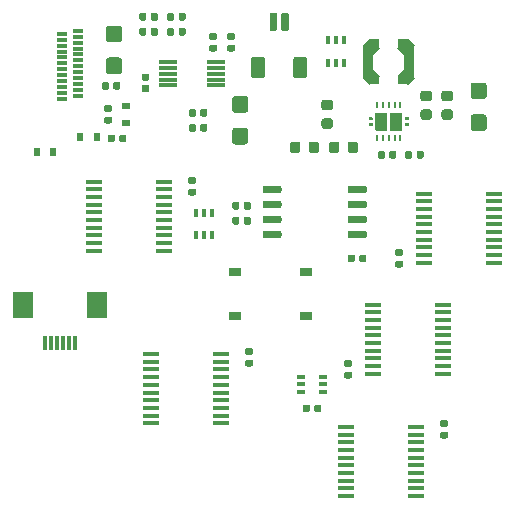
<source format=gbr>
G04 #@! TF.GenerationSoftware,KiCad,Pcbnew,5.1.5-52549c5~84~ubuntu18.04.1*
G04 #@! TF.CreationDate,2020-02-20T23:27:41+01:00*
G04 #@! TF.ProjectId,chase,63686173-652e-46b6-9963-61645f706362,rev?*
G04 #@! TF.SameCoordinates,Original*
G04 #@! TF.FileFunction,Paste,Bot*
G04 #@! TF.FilePolarity,Positive*
%FSLAX46Y46*%
G04 Gerber Fmt 4.6, Leading zero omitted, Abs format (unit mm)*
G04 Created by KiCad (PCBNEW 5.1.5-52549c5~84~ubuntu18.04.1) date 2020-02-20 23:27:41*
%MOMM*%
%LPD*%
G04 APERTURE LIST*
%ADD10R,0.300000X1.300000*%
%ADD11R,1.800000X2.200000*%
%ADD12R,0.400000X0.650000*%
%ADD13C,0.100000*%
%ADD14R,0.600000X0.700000*%
%ADD15R,0.650000X0.400000*%
%ADD16R,1.000000X0.750000*%
%ADD17R,1.475000X0.450000*%
%ADD18R,0.950000X0.300000*%
%ADD19R,0.240000X0.600000*%
%ADD20R,0.870000X2.790000*%
%ADD21R,0.890000X0.775000*%
%ADD22R,0.700000X0.600000*%
%ADD23R,1.498600X0.330200*%
G04 APERTURE END LIST*
D10*
X107207000Y-129397000D03*
X106707000Y-129397000D03*
X106207000Y-129397000D03*
X105707000Y-129397000D03*
X105207000Y-129397000D03*
X104707000Y-129397000D03*
D11*
X102807000Y-126147000D03*
X109107000Y-126147000D03*
D12*
X118799000Y-118342000D03*
X117499000Y-118342000D03*
X118149000Y-120242000D03*
X118149000Y-118342000D03*
X117499000Y-120242000D03*
X118799000Y-120242000D03*
D13*
G36*
X128840691Y-110372053D02*
G01*
X128861926Y-110375203D01*
X128882750Y-110380419D01*
X128902962Y-110387651D01*
X128922368Y-110396830D01*
X128940781Y-110407866D01*
X128958024Y-110420654D01*
X128973930Y-110435070D01*
X128988346Y-110450976D01*
X129001134Y-110468219D01*
X129012170Y-110486632D01*
X129021349Y-110506038D01*
X129028581Y-110526250D01*
X129033797Y-110547074D01*
X129036947Y-110568309D01*
X129038000Y-110589750D01*
X129038000Y-111027250D01*
X129036947Y-111048691D01*
X129033797Y-111069926D01*
X129028581Y-111090750D01*
X129021349Y-111110962D01*
X129012170Y-111130368D01*
X129001134Y-111148781D01*
X128988346Y-111166024D01*
X128973930Y-111181930D01*
X128958024Y-111196346D01*
X128940781Y-111209134D01*
X128922368Y-111220170D01*
X128902962Y-111229349D01*
X128882750Y-111236581D01*
X128861926Y-111241797D01*
X128840691Y-111244947D01*
X128819250Y-111246000D01*
X128306750Y-111246000D01*
X128285309Y-111244947D01*
X128264074Y-111241797D01*
X128243250Y-111236581D01*
X128223038Y-111229349D01*
X128203632Y-111220170D01*
X128185219Y-111209134D01*
X128167976Y-111196346D01*
X128152070Y-111181930D01*
X128137654Y-111166024D01*
X128124866Y-111148781D01*
X128113830Y-111130368D01*
X128104651Y-111110962D01*
X128097419Y-111090750D01*
X128092203Y-111069926D01*
X128089053Y-111048691D01*
X128088000Y-111027250D01*
X128088000Y-110589750D01*
X128089053Y-110568309D01*
X128092203Y-110547074D01*
X128097419Y-110526250D01*
X128104651Y-110506038D01*
X128113830Y-110486632D01*
X128124866Y-110468219D01*
X128137654Y-110450976D01*
X128152070Y-110435070D01*
X128167976Y-110420654D01*
X128185219Y-110407866D01*
X128203632Y-110396830D01*
X128223038Y-110387651D01*
X128243250Y-110380419D01*
X128264074Y-110375203D01*
X128285309Y-110372053D01*
X128306750Y-110371000D01*
X128819250Y-110371000D01*
X128840691Y-110372053D01*
G37*
G36*
X128840691Y-108797053D02*
G01*
X128861926Y-108800203D01*
X128882750Y-108805419D01*
X128902962Y-108812651D01*
X128922368Y-108821830D01*
X128940781Y-108832866D01*
X128958024Y-108845654D01*
X128973930Y-108860070D01*
X128988346Y-108875976D01*
X129001134Y-108893219D01*
X129012170Y-108911632D01*
X129021349Y-108931038D01*
X129028581Y-108951250D01*
X129033797Y-108972074D01*
X129036947Y-108993309D01*
X129038000Y-109014750D01*
X129038000Y-109452250D01*
X129036947Y-109473691D01*
X129033797Y-109494926D01*
X129028581Y-109515750D01*
X129021349Y-109535962D01*
X129012170Y-109555368D01*
X129001134Y-109573781D01*
X128988346Y-109591024D01*
X128973930Y-109606930D01*
X128958024Y-109621346D01*
X128940781Y-109634134D01*
X128922368Y-109645170D01*
X128902962Y-109654349D01*
X128882750Y-109661581D01*
X128861926Y-109666797D01*
X128840691Y-109669947D01*
X128819250Y-109671000D01*
X128306750Y-109671000D01*
X128285309Y-109669947D01*
X128264074Y-109666797D01*
X128243250Y-109661581D01*
X128223038Y-109654349D01*
X128203632Y-109645170D01*
X128185219Y-109634134D01*
X128167976Y-109621346D01*
X128152070Y-109606930D01*
X128137654Y-109591024D01*
X128124866Y-109573781D01*
X128113830Y-109555368D01*
X128104651Y-109535962D01*
X128097419Y-109515750D01*
X128092203Y-109494926D01*
X128089053Y-109473691D01*
X128088000Y-109452250D01*
X128088000Y-109014750D01*
X128089053Y-108993309D01*
X128092203Y-108972074D01*
X128097419Y-108951250D01*
X128104651Y-108931038D01*
X128113830Y-108911632D01*
X128124866Y-108893219D01*
X128137654Y-108875976D01*
X128152070Y-108860070D01*
X128167976Y-108845654D01*
X128185219Y-108832866D01*
X128203632Y-108821830D01*
X128223038Y-108812651D01*
X128243250Y-108805419D01*
X128264074Y-108800203D01*
X128285309Y-108797053D01*
X128306750Y-108796000D01*
X128819250Y-108796000D01*
X128840691Y-108797053D01*
G37*
G36*
X129412691Y-112341053D02*
G01*
X129433926Y-112344203D01*
X129454750Y-112349419D01*
X129474962Y-112356651D01*
X129494368Y-112365830D01*
X129512781Y-112376866D01*
X129530024Y-112389654D01*
X129545930Y-112404070D01*
X129560346Y-112419976D01*
X129573134Y-112437219D01*
X129584170Y-112455632D01*
X129593349Y-112475038D01*
X129600581Y-112495250D01*
X129605797Y-112516074D01*
X129608947Y-112537309D01*
X129610000Y-112558750D01*
X129610000Y-113071250D01*
X129608947Y-113092691D01*
X129605797Y-113113926D01*
X129600581Y-113134750D01*
X129593349Y-113154962D01*
X129584170Y-113174368D01*
X129573134Y-113192781D01*
X129560346Y-113210024D01*
X129545930Y-113225930D01*
X129530024Y-113240346D01*
X129512781Y-113253134D01*
X129494368Y-113264170D01*
X129474962Y-113273349D01*
X129454750Y-113280581D01*
X129433926Y-113285797D01*
X129412691Y-113288947D01*
X129391250Y-113290000D01*
X128953750Y-113290000D01*
X128932309Y-113288947D01*
X128911074Y-113285797D01*
X128890250Y-113280581D01*
X128870038Y-113273349D01*
X128850632Y-113264170D01*
X128832219Y-113253134D01*
X128814976Y-113240346D01*
X128799070Y-113225930D01*
X128784654Y-113210024D01*
X128771866Y-113192781D01*
X128760830Y-113174368D01*
X128751651Y-113154962D01*
X128744419Y-113134750D01*
X128739203Y-113113926D01*
X128736053Y-113092691D01*
X128735000Y-113071250D01*
X128735000Y-112558750D01*
X128736053Y-112537309D01*
X128739203Y-112516074D01*
X128744419Y-112495250D01*
X128751651Y-112475038D01*
X128760830Y-112455632D01*
X128771866Y-112437219D01*
X128784654Y-112419976D01*
X128799070Y-112404070D01*
X128814976Y-112389654D01*
X128832219Y-112376866D01*
X128850632Y-112365830D01*
X128870038Y-112356651D01*
X128890250Y-112349419D01*
X128911074Y-112344203D01*
X128932309Y-112341053D01*
X128953750Y-112340000D01*
X129391250Y-112340000D01*
X129412691Y-112341053D01*
G37*
G36*
X130987691Y-112341053D02*
G01*
X131008926Y-112344203D01*
X131029750Y-112349419D01*
X131049962Y-112356651D01*
X131069368Y-112365830D01*
X131087781Y-112376866D01*
X131105024Y-112389654D01*
X131120930Y-112404070D01*
X131135346Y-112419976D01*
X131148134Y-112437219D01*
X131159170Y-112455632D01*
X131168349Y-112475038D01*
X131175581Y-112495250D01*
X131180797Y-112516074D01*
X131183947Y-112537309D01*
X131185000Y-112558750D01*
X131185000Y-113071250D01*
X131183947Y-113092691D01*
X131180797Y-113113926D01*
X131175581Y-113134750D01*
X131168349Y-113154962D01*
X131159170Y-113174368D01*
X131148134Y-113192781D01*
X131135346Y-113210024D01*
X131120930Y-113225930D01*
X131105024Y-113240346D01*
X131087781Y-113253134D01*
X131069368Y-113264170D01*
X131049962Y-113273349D01*
X131029750Y-113280581D01*
X131008926Y-113285797D01*
X130987691Y-113288947D01*
X130966250Y-113290000D01*
X130528750Y-113290000D01*
X130507309Y-113288947D01*
X130486074Y-113285797D01*
X130465250Y-113280581D01*
X130445038Y-113273349D01*
X130425632Y-113264170D01*
X130407219Y-113253134D01*
X130389976Y-113240346D01*
X130374070Y-113225930D01*
X130359654Y-113210024D01*
X130346866Y-113192781D01*
X130335830Y-113174368D01*
X130326651Y-113154962D01*
X130319419Y-113134750D01*
X130314203Y-113113926D01*
X130311053Y-113092691D01*
X130310000Y-113071250D01*
X130310000Y-112558750D01*
X130311053Y-112537309D01*
X130314203Y-112516074D01*
X130319419Y-112495250D01*
X130326651Y-112475038D01*
X130335830Y-112455632D01*
X130346866Y-112437219D01*
X130359654Y-112419976D01*
X130374070Y-112404070D01*
X130389976Y-112389654D01*
X130407219Y-112376866D01*
X130425632Y-112365830D01*
X130445038Y-112356651D01*
X130465250Y-112349419D01*
X130486074Y-112344203D01*
X130507309Y-112341053D01*
X130528750Y-112340000D01*
X130966250Y-112340000D01*
X130987691Y-112341053D01*
G37*
G36*
X126110691Y-112341053D02*
G01*
X126131926Y-112344203D01*
X126152750Y-112349419D01*
X126172962Y-112356651D01*
X126192368Y-112365830D01*
X126210781Y-112376866D01*
X126228024Y-112389654D01*
X126243930Y-112404070D01*
X126258346Y-112419976D01*
X126271134Y-112437219D01*
X126282170Y-112455632D01*
X126291349Y-112475038D01*
X126298581Y-112495250D01*
X126303797Y-112516074D01*
X126306947Y-112537309D01*
X126308000Y-112558750D01*
X126308000Y-113071250D01*
X126306947Y-113092691D01*
X126303797Y-113113926D01*
X126298581Y-113134750D01*
X126291349Y-113154962D01*
X126282170Y-113174368D01*
X126271134Y-113192781D01*
X126258346Y-113210024D01*
X126243930Y-113225930D01*
X126228024Y-113240346D01*
X126210781Y-113253134D01*
X126192368Y-113264170D01*
X126172962Y-113273349D01*
X126152750Y-113280581D01*
X126131926Y-113285797D01*
X126110691Y-113288947D01*
X126089250Y-113290000D01*
X125651750Y-113290000D01*
X125630309Y-113288947D01*
X125609074Y-113285797D01*
X125588250Y-113280581D01*
X125568038Y-113273349D01*
X125548632Y-113264170D01*
X125530219Y-113253134D01*
X125512976Y-113240346D01*
X125497070Y-113225930D01*
X125482654Y-113210024D01*
X125469866Y-113192781D01*
X125458830Y-113174368D01*
X125449651Y-113154962D01*
X125442419Y-113134750D01*
X125437203Y-113113926D01*
X125434053Y-113092691D01*
X125433000Y-113071250D01*
X125433000Y-112558750D01*
X125434053Y-112537309D01*
X125437203Y-112516074D01*
X125442419Y-112495250D01*
X125449651Y-112475038D01*
X125458830Y-112455632D01*
X125469866Y-112437219D01*
X125482654Y-112419976D01*
X125497070Y-112404070D01*
X125512976Y-112389654D01*
X125530219Y-112376866D01*
X125548632Y-112365830D01*
X125568038Y-112356651D01*
X125588250Y-112349419D01*
X125609074Y-112344203D01*
X125630309Y-112341053D01*
X125651750Y-112340000D01*
X126089250Y-112340000D01*
X126110691Y-112341053D01*
G37*
G36*
X127685691Y-112341053D02*
G01*
X127706926Y-112344203D01*
X127727750Y-112349419D01*
X127747962Y-112356651D01*
X127767368Y-112365830D01*
X127785781Y-112376866D01*
X127803024Y-112389654D01*
X127818930Y-112404070D01*
X127833346Y-112419976D01*
X127846134Y-112437219D01*
X127857170Y-112455632D01*
X127866349Y-112475038D01*
X127873581Y-112495250D01*
X127878797Y-112516074D01*
X127881947Y-112537309D01*
X127883000Y-112558750D01*
X127883000Y-113071250D01*
X127881947Y-113092691D01*
X127878797Y-113113926D01*
X127873581Y-113134750D01*
X127866349Y-113154962D01*
X127857170Y-113174368D01*
X127846134Y-113192781D01*
X127833346Y-113210024D01*
X127818930Y-113225930D01*
X127803024Y-113240346D01*
X127785781Y-113253134D01*
X127767368Y-113264170D01*
X127747962Y-113273349D01*
X127727750Y-113280581D01*
X127706926Y-113285797D01*
X127685691Y-113288947D01*
X127664250Y-113290000D01*
X127226750Y-113290000D01*
X127205309Y-113288947D01*
X127184074Y-113285797D01*
X127163250Y-113280581D01*
X127143038Y-113273349D01*
X127123632Y-113264170D01*
X127105219Y-113253134D01*
X127087976Y-113240346D01*
X127072070Y-113225930D01*
X127057654Y-113210024D01*
X127044866Y-113192781D01*
X127033830Y-113174368D01*
X127024651Y-113154962D01*
X127017419Y-113134750D01*
X127012203Y-113113926D01*
X127009053Y-113092691D01*
X127008000Y-113071250D01*
X127008000Y-112558750D01*
X127009053Y-112537309D01*
X127012203Y-112516074D01*
X127017419Y-112495250D01*
X127024651Y-112475038D01*
X127033830Y-112455632D01*
X127044866Y-112437219D01*
X127057654Y-112419976D01*
X127072070Y-112404070D01*
X127087976Y-112389654D01*
X127105219Y-112376866D01*
X127123632Y-112365830D01*
X127143038Y-112356651D01*
X127163250Y-112349419D01*
X127184074Y-112344203D01*
X127205309Y-112341053D01*
X127226750Y-112340000D01*
X127664250Y-112340000D01*
X127685691Y-112341053D01*
G37*
D12*
X129975000Y-103737000D03*
X128675000Y-103737000D03*
X129325000Y-105637000D03*
X129325000Y-103737000D03*
X128675000Y-105637000D03*
X129975000Y-105637000D03*
D13*
G36*
X139000691Y-109610053D02*
G01*
X139021926Y-109613203D01*
X139042750Y-109618419D01*
X139062962Y-109625651D01*
X139082368Y-109634830D01*
X139100781Y-109645866D01*
X139118024Y-109658654D01*
X139133930Y-109673070D01*
X139148346Y-109688976D01*
X139161134Y-109706219D01*
X139172170Y-109724632D01*
X139181349Y-109744038D01*
X139188581Y-109764250D01*
X139193797Y-109785074D01*
X139196947Y-109806309D01*
X139198000Y-109827750D01*
X139198000Y-110265250D01*
X139196947Y-110286691D01*
X139193797Y-110307926D01*
X139188581Y-110328750D01*
X139181349Y-110348962D01*
X139172170Y-110368368D01*
X139161134Y-110386781D01*
X139148346Y-110404024D01*
X139133930Y-110419930D01*
X139118024Y-110434346D01*
X139100781Y-110447134D01*
X139082368Y-110458170D01*
X139062962Y-110467349D01*
X139042750Y-110474581D01*
X139021926Y-110479797D01*
X139000691Y-110482947D01*
X138979250Y-110484000D01*
X138466750Y-110484000D01*
X138445309Y-110482947D01*
X138424074Y-110479797D01*
X138403250Y-110474581D01*
X138383038Y-110467349D01*
X138363632Y-110458170D01*
X138345219Y-110447134D01*
X138327976Y-110434346D01*
X138312070Y-110419930D01*
X138297654Y-110404024D01*
X138284866Y-110386781D01*
X138273830Y-110368368D01*
X138264651Y-110348962D01*
X138257419Y-110328750D01*
X138252203Y-110307926D01*
X138249053Y-110286691D01*
X138248000Y-110265250D01*
X138248000Y-109827750D01*
X138249053Y-109806309D01*
X138252203Y-109785074D01*
X138257419Y-109764250D01*
X138264651Y-109744038D01*
X138273830Y-109724632D01*
X138284866Y-109706219D01*
X138297654Y-109688976D01*
X138312070Y-109673070D01*
X138327976Y-109658654D01*
X138345219Y-109645866D01*
X138363632Y-109634830D01*
X138383038Y-109625651D01*
X138403250Y-109618419D01*
X138424074Y-109613203D01*
X138445309Y-109610053D01*
X138466750Y-109609000D01*
X138979250Y-109609000D01*
X139000691Y-109610053D01*
G37*
G36*
X139000691Y-108035053D02*
G01*
X139021926Y-108038203D01*
X139042750Y-108043419D01*
X139062962Y-108050651D01*
X139082368Y-108059830D01*
X139100781Y-108070866D01*
X139118024Y-108083654D01*
X139133930Y-108098070D01*
X139148346Y-108113976D01*
X139161134Y-108131219D01*
X139172170Y-108149632D01*
X139181349Y-108169038D01*
X139188581Y-108189250D01*
X139193797Y-108210074D01*
X139196947Y-108231309D01*
X139198000Y-108252750D01*
X139198000Y-108690250D01*
X139196947Y-108711691D01*
X139193797Y-108732926D01*
X139188581Y-108753750D01*
X139181349Y-108773962D01*
X139172170Y-108793368D01*
X139161134Y-108811781D01*
X139148346Y-108829024D01*
X139133930Y-108844930D01*
X139118024Y-108859346D01*
X139100781Y-108872134D01*
X139082368Y-108883170D01*
X139062962Y-108892349D01*
X139042750Y-108899581D01*
X139021926Y-108904797D01*
X139000691Y-108907947D01*
X138979250Y-108909000D01*
X138466750Y-108909000D01*
X138445309Y-108907947D01*
X138424074Y-108904797D01*
X138403250Y-108899581D01*
X138383038Y-108892349D01*
X138363632Y-108883170D01*
X138345219Y-108872134D01*
X138327976Y-108859346D01*
X138312070Y-108844930D01*
X138297654Y-108829024D01*
X138284866Y-108811781D01*
X138273830Y-108793368D01*
X138264651Y-108773962D01*
X138257419Y-108753750D01*
X138252203Y-108732926D01*
X138249053Y-108711691D01*
X138248000Y-108690250D01*
X138248000Y-108252750D01*
X138249053Y-108231309D01*
X138252203Y-108210074D01*
X138257419Y-108189250D01*
X138264651Y-108169038D01*
X138273830Y-108149632D01*
X138284866Y-108131219D01*
X138297654Y-108113976D01*
X138312070Y-108098070D01*
X138327976Y-108083654D01*
X138345219Y-108070866D01*
X138363632Y-108059830D01*
X138383038Y-108050651D01*
X138403250Y-108043419D01*
X138424074Y-108038203D01*
X138445309Y-108035053D01*
X138466750Y-108034000D01*
X138979250Y-108034000D01*
X139000691Y-108035053D01*
G37*
G36*
X137222691Y-109610053D02*
G01*
X137243926Y-109613203D01*
X137264750Y-109618419D01*
X137284962Y-109625651D01*
X137304368Y-109634830D01*
X137322781Y-109645866D01*
X137340024Y-109658654D01*
X137355930Y-109673070D01*
X137370346Y-109688976D01*
X137383134Y-109706219D01*
X137394170Y-109724632D01*
X137403349Y-109744038D01*
X137410581Y-109764250D01*
X137415797Y-109785074D01*
X137418947Y-109806309D01*
X137420000Y-109827750D01*
X137420000Y-110265250D01*
X137418947Y-110286691D01*
X137415797Y-110307926D01*
X137410581Y-110328750D01*
X137403349Y-110348962D01*
X137394170Y-110368368D01*
X137383134Y-110386781D01*
X137370346Y-110404024D01*
X137355930Y-110419930D01*
X137340024Y-110434346D01*
X137322781Y-110447134D01*
X137304368Y-110458170D01*
X137284962Y-110467349D01*
X137264750Y-110474581D01*
X137243926Y-110479797D01*
X137222691Y-110482947D01*
X137201250Y-110484000D01*
X136688750Y-110484000D01*
X136667309Y-110482947D01*
X136646074Y-110479797D01*
X136625250Y-110474581D01*
X136605038Y-110467349D01*
X136585632Y-110458170D01*
X136567219Y-110447134D01*
X136549976Y-110434346D01*
X136534070Y-110419930D01*
X136519654Y-110404024D01*
X136506866Y-110386781D01*
X136495830Y-110368368D01*
X136486651Y-110348962D01*
X136479419Y-110328750D01*
X136474203Y-110307926D01*
X136471053Y-110286691D01*
X136470000Y-110265250D01*
X136470000Y-109827750D01*
X136471053Y-109806309D01*
X136474203Y-109785074D01*
X136479419Y-109764250D01*
X136486651Y-109744038D01*
X136495830Y-109724632D01*
X136506866Y-109706219D01*
X136519654Y-109688976D01*
X136534070Y-109673070D01*
X136549976Y-109658654D01*
X136567219Y-109645866D01*
X136585632Y-109634830D01*
X136605038Y-109625651D01*
X136625250Y-109618419D01*
X136646074Y-109613203D01*
X136667309Y-109610053D01*
X136688750Y-109609000D01*
X137201250Y-109609000D01*
X137222691Y-109610053D01*
G37*
G36*
X137222691Y-108035053D02*
G01*
X137243926Y-108038203D01*
X137264750Y-108043419D01*
X137284962Y-108050651D01*
X137304368Y-108059830D01*
X137322781Y-108070866D01*
X137340024Y-108083654D01*
X137355930Y-108098070D01*
X137370346Y-108113976D01*
X137383134Y-108131219D01*
X137394170Y-108149632D01*
X137403349Y-108169038D01*
X137410581Y-108189250D01*
X137415797Y-108210074D01*
X137418947Y-108231309D01*
X137420000Y-108252750D01*
X137420000Y-108690250D01*
X137418947Y-108711691D01*
X137415797Y-108732926D01*
X137410581Y-108753750D01*
X137403349Y-108773962D01*
X137394170Y-108793368D01*
X137383134Y-108811781D01*
X137370346Y-108829024D01*
X137355930Y-108844930D01*
X137340024Y-108859346D01*
X137322781Y-108872134D01*
X137304368Y-108883170D01*
X137284962Y-108892349D01*
X137264750Y-108899581D01*
X137243926Y-108904797D01*
X137222691Y-108907947D01*
X137201250Y-108909000D01*
X136688750Y-108909000D01*
X136667309Y-108907947D01*
X136646074Y-108904797D01*
X136625250Y-108899581D01*
X136605038Y-108892349D01*
X136585632Y-108883170D01*
X136567219Y-108872134D01*
X136549976Y-108859346D01*
X136534070Y-108844930D01*
X136519654Y-108829024D01*
X136506866Y-108811781D01*
X136495830Y-108793368D01*
X136486651Y-108773962D01*
X136479419Y-108753750D01*
X136474203Y-108732926D01*
X136471053Y-108711691D01*
X136470000Y-108690250D01*
X136470000Y-108252750D01*
X136471053Y-108231309D01*
X136474203Y-108210074D01*
X136479419Y-108189250D01*
X136486651Y-108169038D01*
X136495830Y-108149632D01*
X136506866Y-108131219D01*
X136519654Y-108113976D01*
X136534070Y-108098070D01*
X136549976Y-108083654D01*
X136567219Y-108070866D01*
X136585632Y-108059830D01*
X136605038Y-108050651D01*
X136625250Y-108043419D01*
X136646074Y-108038203D01*
X136667309Y-108035053D01*
X136688750Y-108034000D01*
X137201250Y-108034000D01*
X137222691Y-108035053D01*
G37*
G36*
X123073505Y-105155204D02*
G01*
X123097773Y-105158804D01*
X123121572Y-105164765D01*
X123144671Y-105173030D01*
X123166850Y-105183520D01*
X123187893Y-105196132D01*
X123207599Y-105210747D01*
X123225777Y-105227223D01*
X123242253Y-105245401D01*
X123256868Y-105265107D01*
X123269480Y-105286150D01*
X123279970Y-105308329D01*
X123288235Y-105331428D01*
X123294196Y-105355227D01*
X123297796Y-105379495D01*
X123299000Y-105403999D01*
X123299000Y-106704001D01*
X123297796Y-106728505D01*
X123294196Y-106752773D01*
X123288235Y-106776572D01*
X123279970Y-106799671D01*
X123269480Y-106821850D01*
X123256868Y-106842893D01*
X123242253Y-106862599D01*
X123225777Y-106880777D01*
X123207599Y-106897253D01*
X123187893Y-106911868D01*
X123166850Y-106924480D01*
X123144671Y-106934970D01*
X123121572Y-106943235D01*
X123097773Y-106949196D01*
X123073505Y-106952796D01*
X123049001Y-106954000D01*
X122348999Y-106954000D01*
X122324495Y-106952796D01*
X122300227Y-106949196D01*
X122276428Y-106943235D01*
X122253329Y-106934970D01*
X122231150Y-106924480D01*
X122210107Y-106911868D01*
X122190401Y-106897253D01*
X122172223Y-106880777D01*
X122155747Y-106862599D01*
X122141132Y-106842893D01*
X122128520Y-106821850D01*
X122118030Y-106799671D01*
X122109765Y-106776572D01*
X122103804Y-106752773D01*
X122100204Y-106728505D01*
X122099000Y-106704001D01*
X122099000Y-105403999D01*
X122100204Y-105379495D01*
X122103804Y-105355227D01*
X122109765Y-105331428D01*
X122118030Y-105308329D01*
X122128520Y-105286150D01*
X122141132Y-105265107D01*
X122155747Y-105245401D01*
X122172223Y-105227223D01*
X122190401Y-105210747D01*
X122210107Y-105196132D01*
X122231150Y-105183520D01*
X122253329Y-105173030D01*
X122276428Y-105164765D01*
X122300227Y-105158804D01*
X122324495Y-105155204D01*
X122348999Y-105154000D01*
X123049001Y-105154000D01*
X123073505Y-105155204D01*
G37*
G36*
X126673505Y-105155204D02*
G01*
X126697773Y-105158804D01*
X126721572Y-105164765D01*
X126744671Y-105173030D01*
X126766850Y-105183520D01*
X126787893Y-105196132D01*
X126807599Y-105210747D01*
X126825777Y-105227223D01*
X126842253Y-105245401D01*
X126856868Y-105265107D01*
X126869480Y-105286150D01*
X126879970Y-105308329D01*
X126888235Y-105331428D01*
X126894196Y-105355227D01*
X126897796Y-105379495D01*
X126899000Y-105403999D01*
X126899000Y-106704001D01*
X126897796Y-106728505D01*
X126894196Y-106752773D01*
X126888235Y-106776572D01*
X126879970Y-106799671D01*
X126869480Y-106821850D01*
X126856868Y-106842893D01*
X126842253Y-106862599D01*
X126825777Y-106880777D01*
X126807599Y-106897253D01*
X126787893Y-106911868D01*
X126766850Y-106924480D01*
X126744671Y-106934970D01*
X126721572Y-106943235D01*
X126697773Y-106949196D01*
X126673505Y-106952796D01*
X126649001Y-106954000D01*
X125948999Y-106954000D01*
X125924495Y-106952796D01*
X125900227Y-106949196D01*
X125876428Y-106943235D01*
X125853329Y-106934970D01*
X125831150Y-106924480D01*
X125810107Y-106911868D01*
X125790401Y-106897253D01*
X125772223Y-106880777D01*
X125755747Y-106862599D01*
X125741132Y-106842893D01*
X125728520Y-106821850D01*
X125718030Y-106799671D01*
X125709765Y-106776572D01*
X125703804Y-106752773D01*
X125700204Y-106728505D01*
X125699000Y-106704001D01*
X125699000Y-105403999D01*
X125700204Y-105379495D01*
X125703804Y-105355227D01*
X125709765Y-105331428D01*
X125718030Y-105308329D01*
X125728520Y-105286150D01*
X125741132Y-105265107D01*
X125755747Y-105245401D01*
X125772223Y-105227223D01*
X125790401Y-105210747D01*
X125810107Y-105196132D01*
X125831150Y-105183520D01*
X125853329Y-105173030D01*
X125876428Y-105164765D01*
X125900227Y-105158804D01*
X125924495Y-105155204D01*
X125948999Y-105154000D01*
X126649001Y-105154000D01*
X126673505Y-105155204D01*
G37*
G36*
X124163703Y-101404722D02*
G01*
X124178264Y-101406882D01*
X124192543Y-101410459D01*
X124206403Y-101415418D01*
X124219710Y-101421712D01*
X124232336Y-101429280D01*
X124244159Y-101438048D01*
X124255066Y-101447934D01*
X124264952Y-101458841D01*
X124273720Y-101470664D01*
X124281288Y-101483290D01*
X124287582Y-101496597D01*
X124292541Y-101510457D01*
X124296118Y-101524736D01*
X124298278Y-101539297D01*
X124299000Y-101554000D01*
X124299000Y-102804000D01*
X124298278Y-102818703D01*
X124296118Y-102833264D01*
X124292541Y-102847543D01*
X124287582Y-102861403D01*
X124281288Y-102874710D01*
X124273720Y-102887336D01*
X124264952Y-102899159D01*
X124255066Y-102910066D01*
X124244159Y-102919952D01*
X124232336Y-102928720D01*
X124219710Y-102936288D01*
X124206403Y-102942582D01*
X124192543Y-102947541D01*
X124178264Y-102951118D01*
X124163703Y-102953278D01*
X124149000Y-102954000D01*
X123849000Y-102954000D01*
X123834297Y-102953278D01*
X123819736Y-102951118D01*
X123805457Y-102947541D01*
X123791597Y-102942582D01*
X123778290Y-102936288D01*
X123765664Y-102928720D01*
X123753841Y-102919952D01*
X123742934Y-102910066D01*
X123733048Y-102899159D01*
X123724280Y-102887336D01*
X123716712Y-102874710D01*
X123710418Y-102861403D01*
X123705459Y-102847543D01*
X123701882Y-102833264D01*
X123699722Y-102818703D01*
X123699000Y-102804000D01*
X123699000Y-101554000D01*
X123699722Y-101539297D01*
X123701882Y-101524736D01*
X123705459Y-101510457D01*
X123710418Y-101496597D01*
X123716712Y-101483290D01*
X123724280Y-101470664D01*
X123733048Y-101458841D01*
X123742934Y-101447934D01*
X123753841Y-101438048D01*
X123765664Y-101429280D01*
X123778290Y-101421712D01*
X123791597Y-101415418D01*
X123805457Y-101410459D01*
X123819736Y-101406882D01*
X123834297Y-101404722D01*
X123849000Y-101404000D01*
X124149000Y-101404000D01*
X124163703Y-101404722D01*
G37*
G36*
X125163703Y-101404722D02*
G01*
X125178264Y-101406882D01*
X125192543Y-101410459D01*
X125206403Y-101415418D01*
X125219710Y-101421712D01*
X125232336Y-101429280D01*
X125244159Y-101438048D01*
X125255066Y-101447934D01*
X125264952Y-101458841D01*
X125273720Y-101470664D01*
X125281288Y-101483290D01*
X125287582Y-101496597D01*
X125292541Y-101510457D01*
X125296118Y-101524736D01*
X125298278Y-101539297D01*
X125299000Y-101554000D01*
X125299000Y-102804000D01*
X125298278Y-102818703D01*
X125296118Y-102833264D01*
X125292541Y-102847543D01*
X125287582Y-102861403D01*
X125281288Y-102874710D01*
X125273720Y-102887336D01*
X125264952Y-102899159D01*
X125255066Y-102910066D01*
X125244159Y-102919952D01*
X125232336Y-102928720D01*
X125219710Y-102936288D01*
X125206403Y-102942582D01*
X125192543Y-102947541D01*
X125178264Y-102951118D01*
X125163703Y-102953278D01*
X125149000Y-102954000D01*
X124849000Y-102954000D01*
X124834297Y-102953278D01*
X124819736Y-102951118D01*
X124805457Y-102947541D01*
X124791597Y-102942582D01*
X124778290Y-102936288D01*
X124765664Y-102928720D01*
X124753841Y-102919952D01*
X124742934Y-102910066D01*
X124733048Y-102899159D01*
X124724280Y-102887336D01*
X124716712Y-102874710D01*
X124710418Y-102861403D01*
X124705459Y-102847543D01*
X124701882Y-102833264D01*
X124699722Y-102818703D01*
X124699000Y-102804000D01*
X124699000Y-101554000D01*
X124699722Y-101539297D01*
X124701882Y-101524736D01*
X124705459Y-101510457D01*
X124710418Y-101496597D01*
X124716712Y-101483290D01*
X124724280Y-101470664D01*
X124733048Y-101458841D01*
X124742934Y-101447934D01*
X124753841Y-101438048D01*
X124765664Y-101429280D01*
X124778290Y-101421712D01*
X124791597Y-101415418D01*
X124805457Y-101410459D01*
X124819736Y-101406882D01*
X124834297Y-101404722D01*
X124849000Y-101404000D01*
X125149000Y-101404000D01*
X125163703Y-101404722D01*
G37*
G36*
X121646505Y-111180204D02*
G01*
X121670773Y-111183804D01*
X121694572Y-111189765D01*
X121717671Y-111198030D01*
X121739850Y-111208520D01*
X121760893Y-111221132D01*
X121780599Y-111235747D01*
X121798777Y-111252223D01*
X121815253Y-111270401D01*
X121829868Y-111290107D01*
X121842480Y-111311150D01*
X121852970Y-111333329D01*
X121861235Y-111356428D01*
X121867196Y-111380227D01*
X121870796Y-111404495D01*
X121872000Y-111428999D01*
X121872000Y-112329001D01*
X121870796Y-112353505D01*
X121867196Y-112377773D01*
X121861235Y-112401572D01*
X121852970Y-112424671D01*
X121842480Y-112446850D01*
X121829868Y-112467893D01*
X121815253Y-112487599D01*
X121798777Y-112505777D01*
X121780599Y-112522253D01*
X121760893Y-112536868D01*
X121739850Y-112549480D01*
X121717671Y-112559970D01*
X121694572Y-112568235D01*
X121670773Y-112574196D01*
X121646505Y-112577796D01*
X121622001Y-112579000D01*
X120771999Y-112579000D01*
X120747495Y-112577796D01*
X120723227Y-112574196D01*
X120699428Y-112568235D01*
X120676329Y-112559970D01*
X120654150Y-112549480D01*
X120633107Y-112536868D01*
X120613401Y-112522253D01*
X120595223Y-112505777D01*
X120578747Y-112487599D01*
X120564132Y-112467893D01*
X120551520Y-112446850D01*
X120541030Y-112424671D01*
X120532765Y-112401572D01*
X120526804Y-112377773D01*
X120523204Y-112353505D01*
X120522000Y-112329001D01*
X120522000Y-111428999D01*
X120523204Y-111404495D01*
X120526804Y-111380227D01*
X120532765Y-111356428D01*
X120541030Y-111333329D01*
X120551520Y-111311150D01*
X120564132Y-111290107D01*
X120578747Y-111270401D01*
X120595223Y-111252223D01*
X120613401Y-111235747D01*
X120633107Y-111221132D01*
X120654150Y-111208520D01*
X120676329Y-111198030D01*
X120699428Y-111189765D01*
X120723227Y-111183804D01*
X120747495Y-111180204D01*
X120771999Y-111179000D01*
X121622001Y-111179000D01*
X121646505Y-111180204D01*
G37*
G36*
X121646505Y-108480204D02*
G01*
X121670773Y-108483804D01*
X121694572Y-108489765D01*
X121717671Y-108498030D01*
X121739850Y-108508520D01*
X121760893Y-108521132D01*
X121780599Y-108535747D01*
X121798777Y-108552223D01*
X121815253Y-108570401D01*
X121829868Y-108590107D01*
X121842480Y-108611150D01*
X121852970Y-108633329D01*
X121861235Y-108656428D01*
X121867196Y-108680227D01*
X121870796Y-108704495D01*
X121872000Y-108728999D01*
X121872000Y-109629001D01*
X121870796Y-109653505D01*
X121867196Y-109677773D01*
X121861235Y-109701572D01*
X121852970Y-109724671D01*
X121842480Y-109746850D01*
X121829868Y-109767893D01*
X121815253Y-109787599D01*
X121798777Y-109805777D01*
X121780599Y-109822253D01*
X121760893Y-109836868D01*
X121739850Y-109849480D01*
X121717671Y-109859970D01*
X121694572Y-109868235D01*
X121670773Y-109874196D01*
X121646505Y-109877796D01*
X121622001Y-109879000D01*
X120771999Y-109879000D01*
X120747495Y-109877796D01*
X120723227Y-109874196D01*
X120699428Y-109868235D01*
X120676329Y-109859970D01*
X120654150Y-109849480D01*
X120633107Y-109836868D01*
X120613401Y-109822253D01*
X120595223Y-109805777D01*
X120578747Y-109787599D01*
X120564132Y-109767893D01*
X120551520Y-109746850D01*
X120541030Y-109724671D01*
X120532765Y-109701572D01*
X120526804Y-109677773D01*
X120523204Y-109653505D01*
X120522000Y-109629001D01*
X120522000Y-108728999D01*
X120523204Y-108704495D01*
X120526804Y-108680227D01*
X120532765Y-108656428D01*
X120541030Y-108633329D01*
X120551520Y-108611150D01*
X120564132Y-108590107D01*
X120578747Y-108570401D01*
X120595223Y-108552223D01*
X120613401Y-108535747D01*
X120633107Y-108521132D01*
X120654150Y-108508520D01*
X120676329Y-108498030D01*
X120699428Y-108489765D01*
X120723227Y-108483804D01*
X120747495Y-108480204D01*
X120771999Y-108479000D01*
X121622001Y-108479000D01*
X121646505Y-108480204D01*
G37*
D14*
X107670000Y-111926000D03*
X109070000Y-111926000D03*
X105387000Y-113196000D03*
X103987000Y-113196000D03*
D13*
G36*
X121000958Y-117448710D02*
G01*
X121015276Y-117450834D01*
X121029317Y-117454351D01*
X121042946Y-117459228D01*
X121056031Y-117465417D01*
X121068447Y-117472858D01*
X121080073Y-117481481D01*
X121090798Y-117491202D01*
X121100519Y-117501927D01*
X121109142Y-117513553D01*
X121116583Y-117525969D01*
X121122772Y-117539054D01*
X121127649Y-117552683D01*
X121131166Y-117566724D01*
X121133290Y-117581042D01*
X121134000Y-117595500D01*
X121134000Y-117940500D01*
X121133290Y-117954958D01*
X121131166Y-117969276D01*
X121127649Y-117983317D01*
X121122772Y-117996946D01*
X121116583Y-118010031D01*
X121109142Y-118022447D01*
X121100519Y-118034073D01*
X121090798Y-118044798D01*
X121080073Y-118054519D01*
X121068447Y-118063142D01*
X121056031Y-118070583D01*
X121042946Y-118076772D01*
X121029317Y-118081649D01*
X121015276Y-118085166D01*
X121000958Y-118087290D01*
X120986500Y-118088000D01*
X120691500Y-118088000D01*
X120677042Y-118087290D01*
X120662724Y-118085166D01*
X120648683Y-118081649D01*
X120635054Y-118076772D01*
X120621969Y-118070583D01*
X120609553Y-118063142D01*
X120597927Y-118054519D01*
X120587202Y-118044798D01*
X120577481Y-118034073D01*
X120568858Y-118022447D01*
X120561417Y-118010031D01*
X120555228Y-117996946D01*
X120550351Y-117983317D01*
X120546834Y-117969276D01*
X120544710Y-117954958D01*
X120544000Y-117940500D01*
X120544000Y-117595500D01*
X120544710Y-117581042D01*
X120546834Y-117566724D01*
X120550351Y-117552683D01*
X120555228Y-117539054D01*
X120561417Y-117525969D01*
X120568858Y-117513553D01*
X120577481Y-117501927D01*
X120587202Y-117491202D01*
X120597927Y-117481481D01*
X120609553Y-117472858D01*
X120621969Y-117465417D01*
X120635054Y-117459228D01*
X120648683Y-117454351D01*
X120662724Y-117450834D01*
X120677042Y-117448710D01*
X120691500Y-117448000D01*
X120986500Y-117448000D01*
X121000958Y-117448710D01*
G37*
G36*
X121970958Y-117448710D02*
G01*
X121985276Y-117450834D01*
X121999317Y-117454351D01*
X122012946Y-117459228D01*
X122026031Y-117465417D01*
X122038447Y-117472858D01*
X122050073Y-117481481D01*
X122060798Y-117491202D01*
X122070519Y-117501927D01*
X122079142Y-117513553D01*
X122086583Y-117525969D01*
X122092772Y-117539054D01*
X122097649Y-117552683D01*
X122101166Y-117566724D01*
X122103290Y-117581042D01*
X122104000Y-117595500D01*
X122104000Y-117940500D01*
X122103290Y-117954958D01*
X122101166Y-117969276D01*
X122097649Y-117983317D01*
X122092772Y-117996946D01*
X122086583Y-118010031D01*
X122079142Y-118022447D01*
X122070519Y-118034073D01*
X122060798Y-118044798D01*
X122050073Y-118054519D01*
X122038447Y-118063142D01*
X122026031Y-118070583D01*
X122012946Y-118076772D01*
X121999317Y-118081649D01*
X121985276Y-118085166D01*
X121970958Y-118087290D01*
X121956500Y-118088000D01*
X121661500Y-118088000D01*
X121647042Y-118087290D01*
X121632724Y-118085166D01*
X121618683Y-118081649D01*
X121605054Y-118076772D01*
X121591969Y-118070583D01*
X121579553Y-118063142D01*
X121567927Y-118054519D01*
X121557202Y-118044798D01*
X121547481Y-118034073D01*
X121538858Y-118022447D01*
X121531417Y-118010031D01*
X121525228Y-117996946D01*
X121520351Y-117983317D01*
X121516834Y-117969276D01*
X121514710Y-117954958D01*
X121514000Y-117940500D01*
X121514000Y-117595500D01*
X121514710Y-117581042D01*
X121516834Y-117566724D01*
X121520351Y-117552683D01*
X121525228Y-117539054D01*
X121531417Y-117525969D01*
X121538858Y-117513553D01*
X121547481Y-117501927D01*
X121557202Y-117491202D01*
X121567927Y-117481481D01*
X121579553Y-117472858D01*
X121591969Y-117465417D01*
X121605054Y-117459228D01*
X121618683Y-117454351D01*
X121632724Y-117450834D01*
X121647042Y-117448710D01*
X121661500Y-117448000D01*
X121956500Y-117448000D01*
X121970958Y-117448710D01*
G37*
G36*
X121000958Y-118718710D02*
G01*
X121015276Y-118720834D01*
X121029317Y-118724351D01*
X121042946Y-118729228D01*
X121056031Y-118735417D01*
X121068447Y-118742858D01*
X121080073Y-118751481D01*
X121090798Y-118761202D01*
X121100519Y-118771927D01*
X121109142Y-118783553D01*
X121116583Y-118795969D01*
X121122772Y-118809054D01*
X121127649Y-118822683D01*
X121131166Y-118836724D01*
X121133290Y-118851042D01*
X121134000Y-118865500D01*
X121134000Y-119210500D01*
X121133290Y-119224958D01*
X121131166Y-119239276D01*
X121127649Y-119253317D01*
X121122772Y-119266946D01*
X121116583Y-119280031D01*
X121109142Y-119292447D01*
X121100519Y-119304073D01*
X121090798Y-119314798D01*
X121080073Y-119324519D01*
X121068447Y-119333142D01*
X121056031Y-119340583D01*
X121042946Y-119346772D01*
X121029317Y-119351649D01*
X121015276Y-119355166D01*
X121000958Y-119357290D01*
X120986500Y-119358000D01*
X120691500Y-119358000D01*
X120677042Y-119357290D01*
X120662724Y-119355166D01*
X120648683Y-119351649D01*
X120635054Y-119346772D01*
X120621969Y-119340583D01*
X120609553Y-119333142D01*
X120597927Y-119324519D01*
X120587202Y-119314798D01*
X120577481Y-119304073D01*
X120568858Y-119292447D01*
X120561417Y-119280031D01*
X120555228Y-119266946D01*
X120550351Y-119253317D01*
X120546834Y-119239276D01*
X120544710Y-119224958D01*
X120544000Y-119210500D01*
X120544000Y-118865500D01*
X120544710Y-118851042D01*
X120546834Y-118836724D01*
X120550351Y-118822683D01*
X120555228Y-118809054D01*
X120561417Y-118795969D01*
X120568858Y-118783553D01*
X120577481Y-118771927D01*
X120587202Y-118761202D01*
X120597927Y-118751481D01*
X120609553Y-118742858D01*
X120621969Y-118735417D01*
X120635054Y-118729228D01*
X120648683Y-118724351D01*
X120662724Y-118720834D01*
X120677042Y-118718710D01*
X120691500Y-118718000D01*
X120986500Y-118718000D01*
X121000958Y-118718710D01*
G37*
G36*
X121970958Y-118718710D02*
G01*
X121985276Y-118720834D01*
X121999317Y-118724351D01*
X122012946Y-118729228D01*
X122026031Y-118735417D01*
X122038447Y-118742858D01*
X122050073Y-118751481D01*
X122060798Y-118761202D01*
X122070519Y-118771927D01*
X122079142Y-118783553D01*
X122086583Y-118795969D01*
X122092772Y-118809054D01*
X122097649Y-118822683D01*
X122101166Y-118836724D01*
X122103290Y-118851042D01*
X122104000Y-118865500D01*
X122104000Y-119210500D01*
X122103290Y-119224958D01*
X122101166Y-119239276D01*
X122097649Y-119253317D01*
X122092772Y-119266946D01*
X122086583Y-119280031D01*
X122079142Y-119292447D01*
X122070519Y-119304073D01*
X122060798Y-119314798D01*
X122050073Y-119324519D01*
X122038447Y-119333142D01*
X122026031Y-119340583D01*
X122012946Y-119346772D01*
X121999317Y-119351649D01*
X121985276Y-119355166D01*
X121970958Y-119357290D01*
X121956500Y-119358000D01*
X121661500Y-119358000D01*
X121647042Y-119357290D01*
X121632724Y-119355166D01*
X121618683Y-119351649D01*
X121605054Y-119346772D01*
X121591969Y-119340583D01*
X121579553Y-119333142D01*
X121567927Y-119324519D01*
X121557202Y-119314798D01*
X121547481Y-119304073D01*
X121538858Y-119292447D01*
X121531417Y-119280031D01*
X121525228Y-119266946D01*
X121520351Y-119253317D01*
X121516834Y-119239276D01*
X121514710Y-119224958D01*
X121514000Y-119210500D01*
X121514000Y-118865500D01*
X121514710Y-118851042D01*
X121516834Y-118836724D01*
X121520351Y-118822683D01*
X121525228Y-118809054D01*
X121531417Y-118795969D01*
X121538858Y-118783553D01*
X121547481Y-118771927D01*
X121557202Y-118761202D01*
X121567927Y-118751481D01*
X121579553Y-118742858D01*
X121591969Y-118735417D01*
X121605054Y-118729228D01*
X121618683Y-118724351D01*
X121632724Y-118720834D01*
X121647042Y-118718710D01*
X121661500Y-118718000D01*
X121956500Y-118718000D01*
X121970958Y-118718710D01*
G37*
G36*
X111429958Y-111733710D02*
G01*
X111444276Y-111735834D01*
X111458317Y-111739351D01*
X111471946Y-111744228D01*
X111485031Y-111750417D01*
X111497447Y-111757858D01*
X111509073Y-111766481D01*
X111519798Y-111776202D01*
X111529519Y-111786927D01*
X111538142Y-111798553D01*
X111545583Y-111810969D01*
X111551772Y-111824054D01*
X111556649Y-111837683D01*
X111560166Y-111851724D01*
X111562290Y-111866042D01*
X111563000Y-111880500D01*
X111563000Y-112225500D01*
X111562290Y-112239958D01*
X111560166Y-112254276D01*
X111556649Y-112268317D01*
X111551772Y-112281946D01*
X111545583Y-112295031D01*
X111538142Y-112307447D01*
X111529519Y-112319073D01*
X111519798Y-112329798D01*
X111509073Y-112339519D01*
X111497447Y-112348142D01*
X111485031Y-112355583D01*
X111471946Y-112361772D01*
X111458317Y-112366649D01*
X111444276Y-112370166D01*
X111429958Y-112372290D01*
X111415500Y-112373000D01*
X111120500Y-112373000D01*
X111106042Y-112372290D01*
X111091724Y-112370166D01*
X111077683Y-112366649D01*
X111064054Y-112361772D01*
X111050969Y-112355583D01*
X111038553Y-112348142D01*
X111026927Y-112339519D01*
X111016202Y-112329798D01*
X111006481Y-112319073D01*
X110997858Y-112307447D01*
X110990417Y-112295031D01*
X110984228Y-112281946D01*
X110979351Y-112268317D01*
X110975834Y-112254276D01*
X110973710Y-112239958D01*
X110973000Y-112225500D01*
X110973000Y-111880500D01*
X110973710Y-111866042D01*
X110975834Y-111851724D01*
X110979351Y-111837683D01*
X110984228Y-111824054D01*
X110990417Y-111810969D01*
X110997858Y-111798553D01*
X111006481Y-111786927D01*
X111016202Y-111776202D01*
X111026927Y-111766481D01*
X111038553Y-111757858D01*
X111050969Y-111750417D01*
X111064054Y-111744228D01*
X111077683Y-111739351D01*
X111091724Y-111735834D01*
X111106042Y-111733710D01*
X111120500Y-111733000D01*
X111415500Y-111733000D01*
X111429958Y-111733710D01*
G37*
G36*
X110459958Y-111733710D02*
G01*
X110474276Y-111735834D01*
X110488317Y-111739351D01*
X110501946Y-111744228D01*
X110515031Y-111750417D01*
X110527447Y-111757858D01*
X110539073Y-111766481D01*
X110549798Y-111776202D01*
X110559519Y-111786927D01*
X110568142Y-111798553D01*
X110575583Y-111810969D01*
X110581772Y-111824054D01*
X110586649Y-111837683D01*
X110590166Y-111851724D01*
X110592290Y-111866042D01*
X110593000Y-111880500D01*
X110593000Y-112225500D01*
X110592290Y-112239958D01*
X110590166Y-112254276D01*
X110586649Y-112268317D01*
X110581772Y-112281946D01*
X110575583Y-112295031D01*
X110568142Y-112307447D01*
X110559519Y-112319073D01*
X110549798Y-112329798D01*
X110539073Y-112339519D01*
X110527447Y-112348142D01*
X110515031Y-112355583D01*
X110501946Y-112361772D01*
X110488317Y-112366649D01*
X110474276Y-112370166D01*
X110459958Y-112372290D01*
X110445500Y-112373000D01*
X110150500Y-112373000D01*
X110136042Y-112372290D01*
X110121724Y-112370166D01*
X110107683Y-112366649D01*
X110094054Y-112361772D01*
X110080969Y-112355583D01*
X110068553Y-112348142D01*
X110056927Y-112339519D01*
X110046202Y-112329798D01*
X110036481Y-112319073D01*
X110027858Y-112307447D01*
X110020417Y-112295031D01*
X110014228Y-112281946D01*
X110009351Y-112268317D01*
X110005834Y-112254276D01*
X110003710Y-112239958D01*
X110003000Y-112225500D01*
X110003000Y-111880500D01*
X110003710Y-111866042D01*
X110005834Y-111851724D01*
X110009351Y-111837683D01*
X110014228Y-111824054D01*
X110020417Y-111810969D01*
X110027858Y-111798553D01*
X110036481Y-111786927D01*
X110046202Y-111776202D01*
X110056927Y-111766481D01*
X110068553Y-111757858D01*
X110080969Y-111750417D01*
X110094054Y-111744228D01*
X110107683Y-111739351D01*
X110121724Y-111735834D01*
X110136042Y-111733710D01*
X110150500Y-111733000D01*
X110445500Y-111733000D01*
X110459958Y-111733710D01*
G37*
G36*
X126969958Y-134593710D02*
G01*
X126984276Y-134595834D01*
X126998317Y-134599351D01*
X127011946Y-134604228D01*
X127025031Y-134610417D01*
X127037447Y-134617858D01*
X127049073Y-134626481D01*
X127059798Y-134636202D01*
X127069519Y-134646927D01*
X127078142Y-134658553D01*
X127085583Y-134670969D01*
X127091772Y-134684054D01*
X127096649Y-134697683D01*
X127100166Y-134711724D01*
X127102290Y-134726042D01*
X127103000Y-134740500D01*
X127103000Y-135085500D01*
X127102290Y-135099958D01*
X127100166Y-135114276D01*
X127096649Y-135128317D01*
X127091772Y-135141946D01*
X127085583Y-135155031D01*
X127078142Y-135167447D01*
X127069519Y-135179073D01*
X127059798Y-135189798D01*
X127049073Y-135199519D01*
X127037447Y-135208142D01*
X127025031Y-135215583D01*
X127011946Y-135221772D01*
X126998317Y-135226649D01*
X126984276Y-135230166D01*
X126969958Y-135232290D01*
X126955500Y-135233000D01*
X126660500Y-135233000D01*
X126646042Y-135232290D01*
X126631724Y-135230166D01*
X126617683Y-135226649D01*
X126604054Y-135221772D01*
X126590969Y-135215583D01*
X126578553Y-135208142D01*
X126566927Y-135199519D01*
X126556202Y-135189798D01*
X126546481Y-135179073D01*
X126537858Y-135167447D01*
X126530417Y-135155031D01*
X126524228Y-135141946D01*
X126519351Y-135128317D01*
X126515834Y-135114276D01*
X126513710Y-135099958D01*
X126513000Y-135085500D01*
X126513000Y-134740500D01*
X126513710Y-134726042D01*
X126515834Y-134711724D01*
X126519351Y-134697683D01*
X126524228Y-134684054D01*
X126530417Y-134670969D01*
X126537858Y-134658553D01*
X126546481Y-134646927D01*
X126556202Y-134636202D01*
X126566927Y-134626481D01*
X126578553Y-134617858D01*
X126590969Y-134610417D01*
X126604054Y-134604228D01*
X126617683Y-134599351D01*
X126631724Y-134595834D01*
X126646042Y-134593710D01*
X126660500Y-134593000D01*
X126955500Y-134593000D01*
X126969958Y-134593710D01*
G37*
G36*
X127939958Y-134593710D02*
G01*
X127954276Y-134595834D01*
X127968317Y-134599351D01*
X127981946Y-134604228D01*
X127995031Y-134610417D01*
X128007447Y-134617858D01*
X128019073Y-134626481D01*
X128029798Y-134636202D01*
X128039519Y-134646927D01*
X128048142Y-134658553D01*
X128055583Y-134670969D01*
X128061772Y-134684054D01*
X128066649Y-134697683D01*
X128070166Y-134711724D01*
X128072290Y-134726042D01*
X128073000Y-134740500D01*
X128073000Y-135085500D01*
X128072290Y-135099958D01*
X128070166Y-135114276D01*
X128066649Y-135128317D01*
X128061772Y-135141946D01*
X128055583Y-135155031D01*
X128048142Y-135167447D01*
X128039519Y-135179073D01*
X128029798Y-135189798D01*
X128019073Y-135199519D01*
X128007447Y-135208142D01*
X127995031Y-135215583D01*
X127981946Y-135221772D01*
X127968317Y-135226649D01*
X127954276Y-135230166D01*
X127939958Y-135232290D01*
X127925500Y-135233000D01*
X127630500Y-135233000D01*
X127616042Y-135232290D01*
X127601724Y-135230166D01*
X127587683Y-135226649D01*
X127574054Y-135221772D01*
X127560969Y-135215583D01*
X127548553Y-135208142D01*
X127536927Y-135199519D01*
X127526202Y-135189798D01*
X127516481Y-135179073D01*
X127507858Y-135167447D01*
X127500417Y-135155031D01*
X127494228Y-135141946D01*
X127489351Y-135128317D01*
X127485834Y-135114276D01*
X127483710Y-135099958D01*
X127483000Y-135085500D01*
X127483000Y-134740500D01*
X127483710Y-134726042D01*
X127485834Y-134711724D01*
X127489351Y-134697683D01*
X127494228Y-134684054D01*
X127500417Y-134670969D01*
X127507858Y-134658553D01*
X127516481Y-134646927D01*
X127526202Y-134636202D01*
X127536927Y-134626481D01*
X127548553Y-134617858D01*
X127560969Y-134610417D01*
X127574054Y-134604228D01*
X127587683Y-134599351D01*
X127601724Y-134595834D01*
X127616042Y-134593710D01*
X127630500Y-134593000D01*
X127925500Y-134593000D01*
X127939958Y-134593710D01*
G37*
D15*
X128243000Y-133531000D03*
X128243000Y-132231000D03*
X126343000Y-132881000D03*
X128243000Y-132881000D03*
X126343000Y-132231000D03*
X126343000Y-133531000D03*
D13*
G36*
X110921958Y-107288710D02*
G01*
X110936276Y-107290834D01*
X110950317Y-107294351D01*
X110963946Y-107299228D01*
X110977031Y-107305417D01*
X110989447Y-107312858D01*
X111001073Y-107321481D01*
X111011798Y-107331202D01*
X111021519Y-107341927D01*
X111030142Y-107353553D01*
X111037583Y-107365969D01*
X111043772Y-107379054D01*
X111048649Y-107392683D01*
X111052166Y-107406724D01*
X111054290Y-107421042D01*
X111055000Y-107435500D01*
X111055000Y-107780500D01*
X111054290Y-107794958D01*
X111052166Y-107809276D01*
X111048649Y-107823317D01*
X111043772Y-107836946D01*
X111037583Y-107850031D01*
X111030142Y-107862447D01*
X111021519Y-107874073D01*
X111011798Y-107884798D01*
X111001073Y-107894519D01*
X110989447Y-107903142D01*
X110977031Y-107910583D01*
X110963946Y-107916772D01*
X110950317Y-107921649D01*
X110936276Y-107925166D01*
X110921958Y-107927290D01*
X110907500Y-107928000D01*
X110612500Y-107928000D01*
X110598042Y-107927290D01*
X110583724Y-107925166D01*
X110569683Y-107921649D01*
X110556054Y-107916772D01*
X110542969Y-107910583D01*
X110530553Y-107903142D01*
X110518927Y-107894519D01*
X110508202Y-107884798D01*
X110498481Y-107874073D01*
X110489858Y-107862447D01*
X110482417Y-107850031D01*
X110476228Y-107836946D01*
X110471351Y-107823317D01*
X110467834Y-107809276D01*
X110465710Y-107794958D01*
X110465000Y-107780500D01*
X110465000Y-107435500D01*
X110465710Y-107421042D01*
X110467834Y-107406724D01*
X110471351Y-107392683D01*
X110476228Y-107379054D01*
X110482417Y-107365969D01*
X110489858Y-107353553D01*
X110498481Y-107341927D01*
X110508202Y-107331202D01*
X110518927Y-107321481D01*
X110530553Y-107312858D01*
X110542969Y-107305417D01*
X110556054Y-107299228D01*
X110569683Y-107294351D01*
X110583724Y-107290834D01*
X110598042Y-107288710D01*
X110612500Y-107288000D01*
X110907500Y-107288000D01*
X110921958Y-107288710D01*
G37*
G36*
X109951958Y-107288710D02*
G01*
X109966276Y-107290834D01*
X109980317Y-107294351D01*
X109993946Y-107299228D01*
X110007031Y-107305417D01*
X110019447Y-107312858D01*
X110031073Y-107321481D01*
X110041798Y-107331202D01*
X110051519Y-107341927D01*
X110060142Y-107353553D01*
X110067583Y-107365969D01*
X110073772Y-107379054D01*
X110078649Y-107392683D01*
X110082166Y-107406724D01*
X110084290Y-107421042D01*
X110085000Y-107435500D01*
X110085000Y-107780500D01*
X110084290Y-107794958D01*
X110082166Y-107809276D01*
X110078649Y-107823317D01*
X110073772Y-107836946D01*
X110067583Y-107850031D01*
X110060142Y-107862447D01*
X110051519Y-107874073D01*
X110041798Y-107884798D01*
X110031073Y-107894519D01*
X110019447Y-107903142D01*
X110007031Y-107910583D01*
X109993946Y-107916772D01*
X109980317Y-107921649D01*
X109966276Y-107925166D01*
X109951958Y-107927290D01*
X109937500Y-107928000D01*
X109642500Y-107928000D01*
X109628042Y-107927290D01*
X109613724Y-107925166D01*
X109599683Y-107921649D01*
X109586054Y-107916772D01*
X109572969Y-107910583D01*
X109560553Y-107903142D01*
X109548927Y-107894519D01*
X109538202Y-107884798D01*
X109528481Y-107874073D01*
X109519858Y-107862447D01*
X109512417Y-107850031D01*
X109506228Y-107836946D01*
X109501351Y-107823317D01*
X109497834Y-107809276D01*
X109495710Y-107794958D01*
X109495000Y-107780500D01*
X109495000Y-107435500D01*
X109495710Y-107421042D01*
X109497834Y-107406724D01*
X109501351Y-107392683D01*
X109506228Y-107379054D01*
X109512417Y-107365969D01*
X109519858Y-107353553D01*
X109528481Y-107341927D01*
X109538202Y-107331202D01*
X109548927Y-107321481D01*
X109560553Y-107312858D01*
X109572969Y-107305417D01*
X109586054Y-107299228D01*
X109599683Y-107294351D01*
X109613724Y-107290834D01*
X109628042Y-107288710D01*
X109642500Y-107288000D01*
X109937500Y-107288000D01*
X109951958Y-107288710D01*
G37*
G36*
X124567703Y-119881722D02*
G01*
X124582264Y-119883882D01*
X124596543Y-119887459D01*
X124610403Y-119892418D01*
X124623710Y-119898712D01*
X124636336Y-119906280D01*
X124648159Y-119915048D01*
X124659066Y-119924934D01*
X124668952Y-119935841D01*
X124677720Y-119947664D01*
X124685288Y-119960290D01*
X124691582Y-119973597D01*
X124696541Y-119987457D01*
X124700118Y-120001736D01*
X124702278Y-120016297D01*
X124703000Y-120031000D01*
X124703000Y-120331000D01*
X124702278Y-120345703D01*
X124700118Y-120360264D01*
X124696541Y-120374543D01*
X124691582Y-120388403D01*
X124685288Y-120401710D01*
X124677720Y-120414336D01*
X124668952Y-120426159D01*
X124659066Y-120437066D01*
X124648159Y-120446952D01*
X124636336Y-120455720D01*
X124623710Y-120463288D01*
X124610403Y-120469582D01*
X124596543Y-120474541D01*
X124582264Y-120478118D01*
X124567703Y-120480278D01*
X124553000Y-120481000D01*
X123253000Y-120481000D01*
X123238297Y-120480278D01*
X123223736Y-120478118D01*
X123209457Y-120474541D01*
X123195597Y-120469582D01*
X123182290Y-120463288D01*
X123169664Y-120455720D01*
X123157841Y-120446952D01*
X123146934Y-120437066D01*
X123137048Y-120426159D01*
X123128280Y-120414336D01*
X123120712Y-120401710D01*
X123114418Y-120388403D01*
X123109459Y-120374543D01*
X123105882Y-120360264D01*
X123103722Y-120345703D01*
X123103000Y-120331000D01*
X123103000Y-120031000D01*
X123103722Y-120016297D01*
X123105882Y-120001736D01*
X123109459Y-119987457D01*
X123114418Y-119973597D01*
X123120712Y-119960290D01*
X123128280Y-119947664D01*
X123137048Y-119935841D01*
X123146934Y-119924934D01*
X123157841Y-119915048D01*
X123169664Y-119906280D01*
X123182290Y-119898712D01*
X123195597Y-119892418D01*
X123209457Y-119887459D01*
X123223736Y-119883882D01*
X123238297Y-119881722D01*
X123253000Y-119881000D01*
X124553000Y-119881000D01*
X124567703Y-119881722D01*
G37*
G36*
X124567703Y-118611722D02*
G01*
X124582264Y-118613882D01*
X124596543Y-118617459D01*
X124610403Y-118622418D01*
X124623710Y-118628712D01*
X124636336Y-118636280D01*
X124648159Y-118645048D01*
X124659066Y-118654934D01*
X124668952Y-118665841D01*
X124677720Y-118677664D01*
X124685288Y-118690290D01*
X124691582Y-118703597D01*
X124696541Y-118717457D01*
X124700118Y-118731736D01*
X124702278Y-118746297D01*
X124703000Y-118761000D01*
X124703000Y-119061000D01*
X124702278Y-119075703D01*
X124700118Y-119090264D01*
X124696541Y-119104543D01*
X124691582Y-119118403D01*
X124685288Y-119131710D01*
X124677720Y-119144336D01*
X124668952Y-119156159D01*
X124659066Y-119167066D01*
X124648159Y-119176952D01*
X124636336Y-119185720D01*
X124623710Y-119193288D01*
X124610403Y-119199582D01*
X124596543Y-119204541D01*
X124582264Y-119208118D01*
X124567703Y-119210278D01*
X124553000Y-119211000D01*
X123253000Y-119211000D01*
X123238297Y-119210278D01*
X123223736Y-119208118D01*
X123209457Y-119204541D01*
X123195597Y-119199582D01*
X123182290Y-119193288D01*
X123169664Y-119185720D01*
X123157841Y-119176952D01*
X123146934Y-119167066D01*
X123137048Y-119156159D01*
X123128280Y-119144336D01*
X123120712Y-119131710D01*
X123114418Y-119118403D01*
X123109459Y-119104543D01*
X123105882Y-119090264D01*
X123103722Y-119075703D01*
X123103000Y-119061000D01*
X123103000Y-118761000D01*
X123103722Y-118746297D01*
X123105882Y-118731736D01*
X123109459Y-118717457D01*
X123114418Y-118703597D01*
X123120712Y-118690290D01*
X123128280Y-118677664D01*
X123137048Y-118665841D01*
X123146934Y-118654934D01*
X123157841Y-118645048D01*
X123169664Y-118636280D01*
X123182290Y-118628712D01*
X123195597Y-118622418D01*
X123209457Y-118617459D01*
X123223736Y-118613882D01*
X123238297Y-118611722D01*
X123253000Y-118611000D01*
X124553000Y-118611000D01*
X124567703Y-118611722D01*
G37*
G36*
X124567703Y-117341722D02*
G01*
X124582264Y-117343882D01*
X124596543Y-117347459D01*
X124610403Y-117352418D01*
X124623710Y-117358712D01*
X124636336Y-117366280D01*
X124648159Y-117375048D01*
X124659066Y-117384934D01*
X124668952Y-117395841D01*
X124677720Y-117407664D01*
X124685288Y-117420290D01*
X124691582Y-117433597D01*
X124696541Y-117447457D01*
X124700118Y-117461736D01*
X124702278Y-117476297D01*
X124703000Y-117491000D01*
X124703000Y-117791000D01*
X124702278Y-117805703D01*
X124700118Y-117820264D01*
X124696541Y-117834543D01*
X124691582Y-117848403D01*
X124685288Y-117861710D01*
X124677720Y-117874336D01*
X124668952Y-117886159D01*
X124659066Y-117897066D01*
X124648159Y-117906952D01*
X124636336Y-117915720D01*
X124623710Y-117923288D01*
X124610403Y-117929582D01*
X124596543Y-117934541D01*
X124582264Y-117938118D01*
X124567703Y-117940278D01*
X124553000Y-117941000D01*
X123253000Y-117941000D01*
X123238297Y-117940278D01*
X123223736Y-117938118D01*
X123209457Y-117934541D01*
X123195597Y-117929582D01*
X123182290Y-117923288D01*
X123169664Y-117915720D01*
X123157841Y-117906952D01*
X123146934Y-117897066D01*
X123137048Y-117886159D01*
X123128280Y-117874336D01*
X123120712Y-117861710D01*
X123114418Y-117848403D01*
X123109459Y-117834543D01*
X123105882Y-117820264D01*
X123103722Y-117805703D01*
X123103000Y-117791000D01*
X123103000Y-117491000D01*
X123103722Y-117476297D01*
X123105882Y-117461736D01*
X123109459Y-117447457D01*
X123114418Y-117433597D01*
X123120712Y-117420290D01*
X123128280Y-117407664D01*
X123137048Y-117395841D01*
X123146934Y-117384934D01*
X123157841Y-117375048D01*
X123169664Y-117366280D01*
X123182290Y-117358712D01*
X123195597Y-117352418D01*
X123209457Y-117347459D01*
X123223736Y-117343882D01*
X123238297Y-117341722D01*
X123253000Y-117341000D01*
X124553000Y-117341000D01*
X124567703Y-117341722D01*
G37*
G36*
X124567703Y-116071722D02*
G01*
X124582264Y-116073882D01*
X124596543Y-116077459D01*
X124610403Y-116082418D01*
X124623710Y-116088712D01*
X124636336Y-116096280D01*
X124648159Y-116105048D01*
X124659066Y-116114934D01*
X124668952Y-116125841D01*
X124677720Y-116137664D01*
X124685288Y-116150290D01*
X124691582Y-116163597D01*
X124696541Y-116177457D01*
X124700118Y-116191736D01*
X124702278Y-116206297D01*
X124703000Y-116221000D01*
X124703000Y-116521000D01*
X124702278Y-116535703D01*
X124700118Y-116550264D01*
X124696541Y-116564543D01*
X124691582Y-116578403D01*
X124685288Y-116591710D01*
X124677720Y-116604336D01*
X124668952Y-116616159D01*
X124659066Y-116627066D01*
X124648159Y-116636952D01*
X124636336Y-116645720D01*
X124623710Y-116653288D01*
X124610403Y-116659582D01*
X124596543Y-116664541D01*
X124582264Y-116668118D01*
X124567703Y-116670278D01*
X124553000Y-116671000D01*
X123253000Y-116671000D01*
X123238297Y-116670278D01*
X123223736Y-116668118D01*
X123209457Y-116664541D01*
X123195597Y-116659582D01*
X123182290Y-116653288D01*
X123169664Y-116645720D01*
X123157841Y-116636952D01*
X123146934Y-116627066D01*
X123137048Y-116616159D01*
X123128280Y-116604336D01*
X123120712Y-116591710D01*
X123114418Y-116578403D01*
X123109459Y-116564543D01*
X123105882Y-116550264D01*
X123103722Y-116535703D01*
X123103000Y-116521000D01*
X123103000Y-116221000D01*
X123103722Y-116206297D01*
X123105882Y-116191736D01*
X123109459Y-116177457D01*
X123114418Y-116163597D01*
X123120712Y-116150290D01*
X123128280Y-116137664D01*
X123137048Y-116125841D01*
X123146934Y-116114934D01*
X123157841Y-116105048D01*
X123169664Y-116096280D01*
X123182290Y-116088712D01*
X123195597Y-116082418D01*
X123209457Y-116077459D01*
X123223736Y-116073882D01*
X123238297Y-116071722D01*
X123253000Y-116071000D01*
X124553000Y-116071000D01*
X124567703Y-116071722D01*
G37*
G36*
X131767703Y-116071722D02*
G01*
X131782264Y-116073882D01*
X131796543Y-116077459D01*
X131810403Y-116082418D01*
X131823710Y-116088712D01*
X131836336Y-116096280D01*
X131848159Y-116105048D01*
X131859066Y-116114934D01*
X131868952Y-116125841D01*
X131877720Y-116137664D01*
X131885288Y-116150290D01*
X131891582Y-116163597D01*
X131896541Y-116177457D01*
X131900118Y-116191736D01*
X131902278Y-116206297D01*
X131903000Y-116221000D01*
X131903000Y-116521000D01*
X131902278Y-116535703D01*
X131900118Y-116550264D01*
X131896541Y-116564543D01*
X131891582Y-116578403D01*
X131885288Y-116591710D01*
X131877720Y-116604336D01*
X131868952Y-116616159D01*
X131859066Y-116627066D01*
X131848159Y-116636952D01*
X131836336Y-116645720D01*
X131823710Y-116653288D01*
X131810403Y-116659582D01*
X131796543Y-116664541D01*
X131782264Y-116668118D01*
X131767703Y-116670278D01*
X131753000Y-116671000D01*
X130453000Y-116671000D01*
X130438297Y-116670278D01*
X130423736Y-116668118D01*
X130409457Y-116664541D01*
X130395597Y-116659582D01*
X130382290Y-116653288D01*
X130369664Y-116645720D01*
X130357841Y-116636952D01*
X130346934Y-116627066D01*
X130337048Y-116616159D01*
X130328280Y-116604336D01*
X130320712Y-116591710D01*
X130314418Y-116578403D01*
X130309459Y-116564543D01*
X130305882Y-116550264D01*
X130303722Y-116535703D01*
X130303000Y-116521000D01*
X130303000Y-116221000D01*
X130303722Y-116206297D01*
X130305882Y-116191736D01*
X130309459Y-116177457D01*
X130314418Y-116163597D01*
X130320712Y-116150290D01*
X130328280Y-116137664D01*
X130337048Y-116125841D01*
X130346934Y-116114934D01*
X130357841Y-116105048D01*
X130369664Y-116096280D01*
X130382290Y-116088712D01*
X130395597Y-116082418D01*
X130409457Y-116077459D01*
X130423736Y-116073882D01*
X130438297Y-116071722D01*
X130453000Y-116071000D01*
X131753000Y-116071000D01*
X131767703Y-116071722D01*
G37*
G36*
X131767703Y-117341722D02*
G01*
X131782264Y-117343882D01*
X131796543Y-117347459D01*
X131810403Y-117352418D01*
X131823710Y-117358712D01*
X131836336Y-117366280D01*
X131848159Y-117375048D01*
X131859066Y-117384934D01*
X131868952Y-117395841D01*
X131877720Y-117407664D01*
X131885288Y-117420290D01*
X131891582Y-117433597D01*
X131896541Y-117447457D01*
X131900118Y-117461736D01*
X131902278Y-117476297D01*
X131903000Y-117491000D01*
X131903000Y-117791000D01*
X131902278Y-117805703D01*
X131900118Y-117820264D01*
X131896541Y-117834543D01*
X131891582Y-117848403D01*
X131885288Y-117861710D01*
X131877720Y-117874336D01*
X131868952Y-117886159D01*
X131859066Y-117897066D01*
X131848159Y-117906952D01*
X131836336Y-117915720D01*
X131823710Y-117923288D01*
X131810403Y-117929582D01*
X131796543Y-117934541D01*
X131782264Y-117938118D01*
X131767703Y-117940278D01*
X131753000Y-117941000D01*
X130453000Y-117941000D01*
X130438297Y-117940278D01*
X130423736Y-117938118D01*
X130409457Y-117934541D01*
X130395597Y-117929582D01*
X130382290Y-117923288D01*
X130369664Y-117915720D01*
X130357841Y-117906952D01*
X130346934Y-117897066D01*
X130337048Y-117886159D01*
X130328280Y-117874336D01*
X130320712Y-117861710D01*
X130314418Y-117848403D01*
X130309459Y-117834543D01*
X130305882Y-117820264D01*
X130303722Y-117805703D01*
X130303000Y-117791000D01*
X130303000Y-117491000D01*
X130303722Y-117476297D01*
X130305882Y-117461736D01*
X130309459Y-117447457D01*
X130314418Y-117433597D01*
X130320712Y-117420290D01*
X130328280Y-117407664D01*
X130337048Y-117395841D01*
X130346934Y-117384934D01*
X130357841Y-117375048D01*
X130369664Y-117366280D01*
X130382290Y-117358712D01*
X130395597Y-117352418D01*
X130409457Y-117347459D01*
X130423736Y-117343882D01*
X130438297Y-117341722D01*
X130453000Y-117341000D01*
X131753000Y-117341000D01*
X131767703Y-117341722D01*
G37*
G36*
X131767703Y-118611722D02*
G01*
X131782264Y-118613882D01*
X131796543Y-118617459D01*
X131810403Y-118622418D01*
X131823710Y-118628712D01*
X131836336Y-118636280D01*
X131848159Y-118645048D01*
X131859066Y-118654934D01*
X131868952Y-118665841D01*
X131877720Y-118677664D01*
X131885288Y-118690290D01*
X131891582Y-118703597D01*
X131896541Y-118717457D01*
X131900118Y-118731736D01*
X131902278Y-118746297D01*
X131903000Y-118761000D01*
X131903000Y-119061000D01*
X131902278Y-119075703D01*
X131900118Y-119090264D01*
X131896541Y-119104543D01*
X131891582Y-119118403D01*
X131885288Y-119131710D01*
X131877720Y-119144336D01*
X131868952Y-119156159D01*
X131859066Y-119167066D01*
X131848159Y-119176952D01*
X131836336Y-119185720D01*
X131823710Y-119193288D01*
X131810403Y-119199582D01*
X131796543Y-119204541D01*
X131782264Y-119208118D01*
X131767703Y-119210278D01*
X131753000Y-119211000D01*
X130453000Y-119211000D01*
X130438297Y-119210278D01*
X130423736Y-119208118D01*
X130409457Y-119204541D01*
X130395597Y-119199582D01*
X130382290Y-119193288D01*
X130369664Y-119185720D01*
X130357841Y-119176952D01*
X130346934Y-119167066D01*
X130337048Y-119156159D01*
X130328280Y-119144336D01*
X130320712Y-119131710D01*
X130314418Y-119118403D01*
X130309459Y-119104543D01*
X130305882Y-119090264D01*
X130303722Y-119075703D01*
X130303000Y-119061000D01*
X130303000Y-118761000D01*
X130303722Y-118746297D01*
X130305882Y-118731736D01*
X130309459Y-118717457D01*
X130314418Y-118703597D01*
X130320712Y-118690290D01*
X130328280Y-118677664D01*
X130337048Y-118665841D01*
X130346934Y-118654934D01*
X130357841Y-118645048D01*
X130369664Y-118636280D01*
X130382290Y-118628712D01*
X130395597Y-118622418D01*
X130409457Y-118617459D01*
X130423736Y-118613882D01*
X130438297Y-118611722D01*
X130453000Y-118611000D01*
X131753000Y-118611000D01*
X131767703Y-118611722D01*
G37*
G36*
X131767703Y-119881722D02*
G01*
X131782264Y-119883882D01*
X131796543Y-119887459D01*
X131810403Y-119892418D01*
X131823710Y-119898712D01*
X131836336Y-119906280D01*
X131848159Y-119915048D01*
X131859066Y-119924934D01*
X131868952Y-119935841D01*
X131877720Y-119947664D01*
X131885288Y-119960290D01*
X131891582Y-119973597D01*
X131896541Y-119987457D01*
X131900118Y-120001736D01*
X131902278Y-120016297D01*
X131903000Y-120031000D01*
X131903000Y-120331000D01*
X131902278Y-120345703D01*
X131900118Y-120360264D01*
X131896541Y-120374543D01*
X131891582Y-120388403D01*
X131885288Y-120401710D01*
X131877720Y-120414336D01*
X131868952Y-120426159D01*
X131859066Y-120437066D01*
X131848159Y-120446952D01*
X131836336Y-120455720D01*
X131823710Y-120463288D01*
X131810403Y-120469582D01*
X131796543Y-120474541D01*
X131782264Y-120478118D01*
X131767703Y-120480278D01*
X131753000Y-120481000D01*
X130453000Y-120481000D01*
X130438297Y-120480278D01*
X130423736Y-120478118D01*
X130409457Y-120474541D01*
X130395597Y-120469582D01*
X130382290Y-120463288D01*
X130369664Y-120455720D01*
X130357841Y-120446952D01*
X130346934Y-120437066D01*
X130337048Y-120426159D01*
X130328280Y-120414336D01*
X130320712Y-120401710D01*
X130314418Y-120388403D01*
X130309459Y-120374543D01*
X130305882Y-120360264D01*
X130303722Y-120345703D01*
X130303000Y-120331000D01*
X130303000Y-120031000D01*
X130303722Y-120016297D01*
X130305882Y-120001736D01*
X130309459Y-119987457D01*
X130314418Y-119973597D01*
X130320712Y-119960290D01*
X130328280Y-119947664D01*
X130337048Y-119935841D01*
X130346934Y-119924934D01*
X130357841Y-119915048D01*
X130369664Y-119906280D01*
X130382290Y-119898712D01*
X130395597Y-119892418D01*
X130409457Y-119887459D01*
X130423736Y-119883882D01*
X130438297Y-119881722D01*
X130453000Y-119881000D01*
X131753000Y-119881000D01*
X131767703Y-119881722D01*
G37*
D16*
X120737000Y-127136000D03*
X126737000Y-127136000D03*
X120737000Y-123386000D03*
X126737000Y-123386000D03*
D17*
X132483000Y-131996000D03*
X132483000Y-131346000D03*
X132483000Y-130696000D03*
X132483000Y-130046000D03*
X132483000Y-129396000D03*
X132483000Y-128746000D03*
X132483000Y-128096000D03*
X132483000Y-127446000D03*
X132483000Y-126796000D03*
X132483000Y-126146000D03*
X138359000Y-126146000D03*
X138359000Y-126796000D03*
X138359000Y-127446000D03*
X138359000Y-128096000D03*
X138359000Y-128746000D03*
X138359000Y-129396000D03*
X138359000Y-130046000D03*
X138359000Y-130696000D03*
X138359000Y-131346000D03*
X138359000Y-131996000D03*
X136072000Y-136503000D03*
X136072000Y-137153000D03*
X136072000Y-137803000D03*
X136072000Y-138453000D03*
X136072000Y-139103000D03*
X136072000Y-139753000D03*
X136072000Y-140403000D03*
X136072000Y-141053000D03*
X136072000Y-141703000D03*
X136072000Y-142353000D03*
X130196000Y-142353000D03*
X130196000Y-141703000D03*
X130196000Y-141053000D03*
X130196000Y-140403000D03*
X130196000Y-139753000D03*
X130196000Y-139103000D03*
X130196000Y-138453000D03*
X130196000Y-137803000D03*
X130196000Y-137153000D03*
X130196000Y-136503000D03*
X119544000Y-130327000D03*
X119544000Y-130977000D03*
X119544000Y-131627000D03*
X119544000Y-132277000D03*
X119544000Y-132927000D03*
X119544000Y-133577000D03*
X119544000Y-134227000D03*
X119544000Y-134877000D03*
X119544000Y-135527000D03*
X119544000Y-136177000D03*
X113668000Y-136177000D03*
X113668000Y-135527000D03*
X113668000Y-134877000D03*
X113668000Y-134227000D03*
X113668000Y-133577000D03*
X113668000Y-132927000D03*
X113668000Y-132277000D03*
X113668000Y-131627000D03*
X113668000Y-130977000D03*
X113668000Y-130327000D03*
X114737000Y-115732000D03*
X114737000Y-116382000D03*
X114737000Y-117032000D03*
X114737000Y-117682000D03*
X114737000Y-118332000D03*
X114737000Y-118982000D03*
X114737000Y-119632000D03*
X114737000Y-120282000D03*
X114737000Y-120932000D03*
X114737000Y-121582000D03*
X108861000Y-121582000D03*
X108861000Y-120932000D03*
X108861000Y-120282000D03*
X108861000Y-119632000D03*
X108861000Y-118982000D03*
X108861000Y-118332000D03*
X108861000Y-117682000D03*
X108861000Y-117032000D03*
X108861000Y-116382000D03*
X108861000Y-115732000D03*
X136801000Y-122598000D03*
X136801000Y-121948000D03*
X136801000Y-121298000D03*
X136801000Y-120648000D03*
X136801000Y-119998000D03*
X136801000Y-119348000D03*
X136801000Y-118698000D03*
X136801000Y-118048000D03*
X136801000Y-117398000D03*
X136801000Y-116748000D03*
X142677000Y-116748000D03*
X142677000Y-117398000D03*
X142677000Y-118048000D03*
X142677000Y-118698000D03*
X142677000Y-119348000D03*
X142677000Y-119998000D03*
X142677000Y-120648000D03*
X142677000Y-121298000D03*
X142677000Y-121948000D03*
X142677000Y-122598000D03*
D13*
G36*
X130527958Y-130831710D02*
G01*
X130542276Y-130833834D01*
X130556317Y-130837351D01*
X130569946Y-130842228D01*
X130583031Y-130848417D01*
X130595447Y-130855858D01*
X130607073Y-130864481D01*
X130617798Y-130874202D01*
X130627519Y-130884927D01*
X130636142Y-130896553D01*
X130643583Y-130908969D01*
X130649772Y-130922054D01*
X130654649Y-130935683D01*
X130658166Y-130949724D01*
X130660290Y-130964042D01*
X130661000Y-130978500D01*
X130661000Y-131273500D01*
X130660290Y-131287958D01*
X130658166Y-131302276D01*
X130654649Y-131316317D01*
X130649772Y-131329946D01*
X130643583Y-131343031D01*
X130636142Y-131355447D01*
X130627519Y-131367073D01*
X130617798Y-131377798D01*
X130607073Y-131387519D01*
X130595447Y-131396142D01*
X130583031Y-131403583D01*
X130569946Y-131409772D01*
X130556317Y-131414649D01*
X130542276Y-131418166D01*
X130527958Y-131420290D01*
X130513500Y-131421000D01*
X130168500Y-131421000D01*
X130154042Y-131420290D01*
X130139724Y-131418166D01*
X130125683Y-131414649D01*
X130112054Y-131409772D01*
X130098969Y-131403583D01*
X130086553Y-131396142D01*
X130074927Y-131387519D01*
X130064202Y-131377798D01*
X130054481Y-131367073D01*
X130045858Y-131355447D01*
X130038417Y-131343031D01*
X130032228Y-131329946D01*
X130027351Y-131316317D01*
X130023834Y-131302276D01*
X130021710Y-131287958D01*
X130021000Y-131273500D01*
X130021000Y-130978500D01*
X130021710Y-130964042D01*
X130023834Y-130949724D01*
X130027351Y-130935683D01*
X130032228Y-130922054D01*
X130038417Y-130908969D01*
X130045858Y-130896553D01*
X130054481Y-130884927D01*
X130064202Y-130874202D01*
X130074927Y-130864481D01*
X130086553Y-130855858D01*
X130098969Y-130848417D01*
X130112054Y-130842228D01*
X130125683Y-130837351D01*
X130139724Y-130833834D01*
X130154042Y-130831710D01*
X130168500Y-130831000D01*
X130513500Y-130831000D01*
X130527958Y-130831710D01*
G37*
G36*
X130527958Y-131801710D02*
G01*
X130542276Y-131803834D01*
X130556317Y-131807351D01*
X130569946Y-131812228D01*
X130583031Y-131818417D01*
X130595447Y-131825858D01*
X130607073Y-131834481D01*
X130617798Y-131844202D01*
X130627519Y-131854927D01*
X130636142Y-131866553D01*
X130643583Y-131878969D01*
X130649772Y-131892054D01*
X130654649Y-131905683D01*
X130658166Y-131919724D01*
X130660290Y-131934042D01*
X130661000Y-131948500D01*
X130661000Y-132243500D01*
X130660290Y-132257958D01*
X130658166Y-132272276D01*
X130654649Y-132286317D01*
X130649772Y-132299946D01*
X130643583Y-132313031D01*
X130636142Y-132325447D01*
X130627519Y-132337073D01*
X130617798Y-132347798D01*
X130607073Y-132357519D01*
X130595447Y-132366142D01*
X130583031Y-132373583D01*
X130569946Y-132379772D01*
X130556317Y-132384649D01*
X130542276Y-132388166D01*
X130527958Y-132390290D01*
X130513500Y-132391000D01*
X130168500Y-132391000D01*
X130154042Y-132390290D01*
X130139724Y-132388166D01*
X130125683Y-132384649D01*
X130112054Y-132379772D01*
X130098969Y-132373583D01*
X130086553Y-132366142D01*
X130074927Y-132357519D01*
X130064202Y-132347798D01*
X130054481Y-132337073D01*
X130045858Y-132325447D01*
X130038417Y-132313031D01*
X130032228Y-132299946D01*
X130027351Y-132286317D01*
X130023834Y-132272276D01*
X130021710Y-132257958D01*
X130021000Y-132243500D01*
X130021000Y-131948500D01*
X130021710Y-131934042D01*
X130023834Y-131919724D01*
X130027351Y-131905683D01*
X130032228Y-131892054D01*
X130038417Y-131878969D01*
X130045858Y-131866553D01*
X130054481Y-131854927D01*
X130064202Y-131844202D01*
X130074927Y-131834481D01*
X130086553Y-131825858D01*
X130098969Y-131818417D01*
X130112054Y-131812228D01*
X130125683Y-131807351D01*
X130139724Y-131803834D01*
X130154042Y-131801710D01*
X130168500Y-131801000D01*
X130513500Y-131801000D01*
X130527958Y-131801710D01*
G37*
G36*
X138655958Y-136881710D02*
G01*
X138670276Y-136883834D01*
X138684317Y-136887351D01*
X138697946Y-136892228D01*
X138711031Y-136898417D01*
X138723447Y-136905858D01*
X138735073Y-136914481D01*
X138745798Y-136924202D01*
X138755519Y-136934927D01*
X138764142Y-136946553D01*
X138771583Y-136958969D01*
X138777772Y-136972054D01*
X138782649Y-136985683D01*
X138786166Y-136999724D01*
X138788290Y-137014042D01*
X138789000Y-137028500D01*
X138789000Y-137323500D01*
X138788290Y-137337958D01*
X138786166Y-137352276D01*
X138782649Y-137366317D01*
X138777772Y-137379946D01*
X138771583Y-137393031D01*
X138764142Y-137405447D01*
X138755519Y-137417073D01*
X138745798Y-137427798D01*
X138735073Y-137437519D01*
X138723447Y-137446142D01*
X138711031Y-137453583D01*
X138697946Y-137459772D01*
X138684317Y-137464649D01*
X138670276Y-137468166D01*
X138655958Y-137470290D01*
X138641500Y-137471000D01*
X138296500Y-137471000D01*
X138282042Y-137470290D01*
X138267724Y-137468166D01*
X138253683Y-137464649D01*
X138240054Y-137459772D01*
X138226969Y-137453583D01*
X138214553Y-137446142D01*
X138202927Y-137437519D01*
X138192202Y-137427798D01*
X138182481Y-137417073D01*
X138173858Y-137405447D01*
X138166417Y-137393031D01*
X138160228Y-137379946D01*
X138155351Y-137366317D01*
X138151834Y-137352276D01*
X138149710Y-137337958D01*
X138149000Y-137323500D01*
X138149000Y-137028500D01*
X138149710Y-137014042D01*
X138151834Y-136999724D01*
X138155351Y-136985683D01*
X138160228Y-136972054D01*
X138166417Y-136958969D01*
X138173858Y-136946553D01*
X138182481Y-136934927D01*
X138192202Y-136924202D01*
X138202927Y-136914481D01*
X138214553Y-136905858D01*
X138226969Y-136898417D01*
X138240054Y-136892228D01*
X138253683Y-136887351D01*
X138267724Y-136883834D01*
X138282042Y-136881710D01*
X138296500Y-136881000D01*
X138641500Y-136881000D01*
X138655958Y-136881710D01*
G37*
G36*
X138655958Y-135911710D02*
G01*
X138670276Y-135913834D01*
X138684317Y-135917351D01*
X138697946Y-135922228D01*
X138711031Y-135928417D01*
X138723447Y-135935858D01*
X138735073Y-135944481D01*
X138745798Y-135954202D01*
X138755519Y-135964927D01*
X138764142Y-135976553D01*
X138771583Y-135988969D01*
X138777772Y-136002054D01*
X138782649Y-136015683D01*
X138786166Y-136029724D01*
X138788290Y-136044042D01*
X138789000Y-136058500D01*
X138789000Y-136353500D01*
X138788290Y-136367958D01*
X138786166Y-136382276D01*
X138782649Y-136396317D01*
X138777772Y-136409946D01*
X138771583Y-136423031D01*
X138764142Y-136435447D01*
X138755519Y-136447073D01*
X138745798Y-136457798D01*
X138735073Y-136467519D01*
X138723447Y-136476142D01*
X138711031Y-136483583D01*
X138697946Y-136489772D01*
X138684317Y-136494649D01*
X138670276Y-136498166D01*
X138655958Y-136500290D01*
X138641500Y-136501000D01*
X138296500Y-136501000D01*
X138282042Y-136500290D01*
X138267724Y-136498166D01*
X138253683Y-136494649D01*
X138240054Y-136489772D01*
X138226969Y-136483583D01*
X138214553Y-136476142D01*
X138202927Y-136467519D01*
X138192202Y-136457798D01*
X138182481Y-136447073D01*
X138173858Y-136435447D01*
X138166417Y-136423031D01*
X138160228Y-136409946D01*
X138155351Y-136396317D01*
X138151834Y-136382276D01*
X138149710Y-136367958D01*
X138149000Y-136353500D01*
X138149000Y-136058500D01*
X138149710Y-136044042D01*
X138151834Y-136029724D01*
X138155351Y-136015683D01*
X138160228Y-136002054D01*
X138166417Y-135988969D01*
X138173858Y-135976553D01*
X138182481Y-135964927D01*
X138192202Y-135954202D01*
X138202927Y-135944481D01*
X138214553Y-135935858D01*
X138226969Y-135928417D01*
X138240054Y-135922228D01*
X138253683Y-135917351D01*
X138267724Y-135913834D01*
X138282042Y-135911710D01*
X138296500Y-135911000D01*
X138641500Y-135911000D01*
X138655958Y-135911710D01*
G37*
G36*
X122145958Y-130785710D02*
G01*
X122160276Y-130787834D01*
X122174317Y-130791351D01*
X122187946Y-130796228D01*
X122201031Y-130802417D01*
X122213447Y-130809858D01*
X122225073Y-130818481D01*
X122235798Y-130828202D01*
X122245519Y-130838927D01*
X122254142Y-130850553D01*
X122261583Y-130862969D01*
X122267772Y-130876054D01*
X122272649Y-130889683D01*
X122276166Y-130903724D01*
X122278290Y-130918042D01*
X122279000Y-130932500D01*
X122279000Y-131227500D01*
X122278290Y-131241958D01*
X122276166Y-131256276D01*
X122272649Y-131270317D01*
X122267772Y-131283946D01*
X122261583Y-131297031D01*
X122254142Y-131309447D01*
X122245519Y-131321073D01*
X122235798Y-131331798D01*
X122225073Y-131341519D01*
X122213447Y-131350142D01*
X122201031Y-131357583D01*
X122187946Y-131363772D01*
X122174317Y-131368649D01*
X122160276Y-131372166D01*
X122145958Y-131374290D01*
X122131500Y-131375000D01*
X121786500Y-131375000D01*
X121772042Y-131374290D01*
X121757724Y-131372166D01*
X121743683Y-131368649D01*
X121730054Y-131363772D01*
X121716969Y-131357583D01*
X121704553Y-131350142D01*
X121692927Y-131341519D01*
X121682202Y-131331798D01*
X121672481Y-131321073D01*
X121663858Y-131309447D01*
X121656417Y-131297031D01*
X121650228Y-131283946D01*
X121645351Y-131270317D01*
X121641834Y-131256276D01*
X121639710Y-131241958D01*
X121639000Y-131227500D01*
X121639000Y-130932500D01*
X121639710Y-130918042D01*
X121641834Y-130903724D01*
X121645351Y-130889683D01*
X121650228Y-130876054D01*
X121656417Y-130862969D01*
X121663858Y-130850553D01*
X121672481Y-130838927D01*
X121682202Y-130828202D01*
X121692927Y-130818481D01*
X121704553Y-130809858D01*
X121716969Y-130802417D01*
X121730054Y-130796228D01*
X121743683Y-130791351D01*
X121757724Y-130787834D01*
X121772042Y-130785710D01*
X121786500Y-130785000D01*
X122131500Y-130785000D01*
X122145958Y-130785710D01*
G37*
G36*
X122145958Y-129815710D02*
G01*
X122160276Y-129817834D01*
X122174317Y-129821351D01*
X122187946Y-129826228D01*
X122201031Y-129832417D01*
X122213447Y-129839858D01*
X122225073Y-129848481D01*
X122235798Y-129858202D01*
X122245519Y-129868927D01*
X122254142Y-129880553D01*
X122261583Y-129892969D01*
X122267772Y-129906054D01*
X122272649Y-129919683D01*
X122276166Y-129933724D01*
X122278290Y-129948042D01*
X122279000Y-129962500D01*
X122279000Y-130257500D01*
X122278290Y-130271958D01*
X122276166Y-130286276D01*
X122272649Y-130300317D01*
X122267772Y-130313946D01*
X122261583Y-130327031D01*
X122254142Y-130339447D01*
X122245519Y-130351073D01*
X122235798Y-130361798D01*
X122225073Y-130371519D01*
X122213447Y-130380142D01*
X122201031Y-130387583D01*
X122187946Y-130393772D01*
X122174317Y-130398649D01*
X122160276Y-130402166D01*
X122145958Y-130404290D01*
X122131500Y-130405000D01*
X121786500Y-130405000D01*
X121772042Y-130404290D01*
X121757724Y-130402166D01*
X121743683Y-130398649D01*
X121730054Y-130393772D01*
X121716969Y-130387583D01*
X121704553Y-130380142D01*
X121692927Y-130371519D01*
X121682202Y-130361798D01*
X121672481Y-130351073D01*
X121663858Y-130339447D01*
X121656417Y-130327031D01*
X121650228Y-130313946D01*
X121645351Y-130300317D01*
X121641834Y-130286276D01*
X121639710Y-130271958D01*
X121639000Y-130257500D01*
X121639000Y-129962500D01*
X121639710Y-129948042D01*
X121641834Y-129933724D01*
X121645351Y-129919683D01*
X121650228Y-129906054D01*
X121656417Y-129892969D01*
X121663858Y-129880553D01*
X121672481Y-129868927D01*
X121682202Y-129858202D01*
X121692927Y-129848481D01*
X121704553Y-129839858D01*
X121716969Y-129832417D01*
X121730054Y-129826228D01*
X121743683Y-129821351D01*
X121757724Y-129817834D01*
X121772042Y-129815710D01*
X121786500Y-129815000D01*
X122131500Y-129815000D01*
X122145958Y-129815710D01*
G37*
G36*
X117319958Y-115337710D02*
G01*
X117334276Y-115339834D01*
X117348317Y-115343351D01*
X117361946Y-115348228D01*
X117375031Y-115354417D01*
X117387447Y-115361858D01*
X117399073Y-115370481D01*
X117409798Y-115380202D01*
X117419519Y-115390927D01*
X117428142Y-115402553D01*
X117435583Y-115414969D01*
X117441772Y-115428054D01*
X117446649Y-115441683D01*
X117450166Y-115455724D01*
X117452290Y-115470042D01*
X117453000Y-115484500D01*
X117453000Y-115779500D01*
X117452290Y-115793958D01*
X117450166Y-115808276D01*
X117446649Y-115822317D01*
X117441772Y-115835946D01*
X117435583Y-115849031D01*
X117428142Y-115861447D01*
X117419519Y-115873073D01*
X117409798Y-115883798D01*
X117399073Y-115893519D01*
X117387447Y-115902142D01*
X117375031Y-115909583D01*
X117361946Y-115915772D01*
X117348317Y-115920649D01*
X117334276Y-115924166D01*
X117319958Y-115926290D01*
X117305500Y-115927000D01*
X116960500Y-115927000D01*
X116946042Y-115926290D01*
X116931724Y-115924166D01*
X116917683Y-115920649D01*
X116904054Y-115915772D01*
X116890969Y-115909583D01*
X116878553Y-115902142D01*
X116866927Y-115893519D01*
X116856202Y-115883798D01*
X116846481Y-115873073D01*
X116837858Y-115861447D01*
X116830417Y-115849031D01*
X116824228Y-115835946D01*
X116819351Y-115822317D01*
X116815834Y-115808276D01*
X116813710Y-115793958D01*
X116813000Y-115779500D01*
X116813000Y-115484500D01*
X116813710Y-115470042D01*
X116815834Y-115455724D01*
X116819351Y-115441683D01*
X116824228Y-115428054D01*
X116830417Y-115414969D01*
X116837858Y-115402553D01*
X116846481Y-115390927D01*
X116856202Y-115380202D01*
X116866927Y-115370481D01*
X116878553Y-115361858D01*
X116890969Y-115354417D01*
X116904054Y-115348228D01*
X116917683Y-115343351D01*
X116931724Y-115339834D01*
X116946042Y-115337710D01*
X116960500Y-115337000D01*
X117305500Y-115337000D01*
X117319958Y-115337710D01*
G37*
G36*
X117319958Y-116307710D02*
G01*
X117334276Y-116309834D01*
X117348317Y-116313351D01*
X117361946Y-116318228D01*
X117375031Y-116324417D01*
X117387447Y-116331858D01*
X117399073Y-116340481D01*
X117409798Y-116350202D01*
X117419519Y-116360927D01*
X117428142Y-116372553D01*
X117435583Y-116384969D01*
X117441772Y-116398054D01*
X117446649Y-116411683D01*
X117450166Y-116425724D01*
X117452290Y-116440042D01*
X117453000Y-116454500D01*
X117453000Y-116749500D01*
X117452290Y-116763958D01*
X117450166Y-116778276D01*
X117446649Y-116792317D01*
X117441772Y-116805946D01*
X117435583Y-116819031D01*
X117428142Y-116831447D01*
X117419519Y-116843073D01*
X117409798Y-116853798D01*
X117399073Y-116863519D01*
X117387447Y-116872142D01*
X117375031Y-116879583D01*
X117361946Y-116885772D01*
X117348317Y-116890649D01*
X117334276Y-116894166D01*
X117319958Y-116896290D01*
X117305500Y-116897000D01*
X116960500Y-116897000D01*
X116946042Y-116896290D01*
X116931724Y-116894166D01*
X116917683Y-116890649D01*
X116904054Y-116885772D01*
X116890969Y-116879583D01*
X116878553Y-116872142D01*
X116866927Y-116863519D01*
X116856202Y-116853798D01*
X116846481Y-116843073D01*
X116837858Y-116831447D01*
X116830417Y-116819031D01*
X116824228Y-116805946D01*
X116819351Y-116792317D01*
X116815834Y-116778276D01*
X116813710Y-116763958D01*
X116813000Y-116749500D01*
X116813000Y-116454500D01*
X116813710Y-116440042D01*
X116815834Y-116425724D01*
X116819351Y-116411683D01*
X116824228Y-116398054D01*
X116830417Y-116384969D01*
X116837858Y-116372553D01*
X116846481Y-116360927D01*
X116856202Y-116350202D01*
X116866927Y-116340481D01*
X116878553Y-116331858D01*
X116890969Y-116324417D01*
X116904054Y-116318228D01*
X116917683Y-116313351D01*
X116931724Y-116309834D01*
X116946042Y-116307710D01*
X116960500Y-116307000D01*
X117305500Y-116307000D01*
X117319958Y-116307710D01*
G37*
G36*
X134845958Y-121433710D02*
G01*
X134860276Y-121435834D01*
X134874317Y-121439351D01*
X134887946Y-121444228D01*
X134901031Y-121450417D01*
X134913447Y-121457858D01*
X134925073Y-121466481D01*
X134935798Y-121476202D01*
X134945519Y-121486927D01*
X134954142Y-121498553D01*
X134961583Y-121510969D01*
X134967772Y-121524054D01*
X134972649Y-121537683D01*
X134976166Y-121551724D01*
X134978290Y-121566042D01*
X134979000Y-121580500D01*
X134979000Y-121875500D01*
X134978290Y-121889958D01*
X134976166Y-121904276D01*
X134972649Y-121918317D01*
X134967772Y-121931946D01*
X134961583Y-121945031D01*
X134954142Y-121957447D01*
X134945519Y-121969073D01*
X134935798Y-121979798D01*
X134925073Y-121989519D01*
X134913447Y-121998142D01*
X134901031Y-122005583D01*
X134887946Y-122011772D01*
X134874317Y-122016649D01*
X134860276Y-122020166D01*
X134845958Y-122022290D01*
X134831500Y-122023000D01*
X134486500Y-122023000D01*
X134472042Y-122022290D01*
X134457724Y-122020166D01*
X134443683Y-122016649D01*
X134430054Y-122011772D01*
X134416969Y-122005583D01*
X134404553Y-121998142D01*
X134392927Y-121989519D01*
X134382202Y-121979798D01*
X134372481Y-121969073D01*
X134363858Y-121957447D01*
X134356417Y-121945031D01*
X134350228Y-121931946D01*
X134345351Y-121918317D01*
X134341834Y-121904276D01*
X134339710Y-121889958D01*
X134339000Y-121875500D01*
X134339000Y-121580500D01*
X134339710Y-121566042D01*
X134341834Y-121551724D01*
X134345351Y-121537683D01*
X134350228Y-121524054D01*
X134356417Y-121510969D01*
X134363858Y-121498553D01*
X134372481Y-121486927D01*
X134382202Y-121476202D01*
X134392927Y-121466481D01*
X134404553Y-121457858D01*
X134416969Y-121450417D01*
X134430054Y-121444228D01*
X134443683Y-121439351D01*
X134457724Y-121435834D01*
X134472042Y-121433710D01*
X134486500Y-121433000D01*
X134831500Y-121433000D01*
X134845958Y-121433710D01*
G37*
G36*
X134845958Y-122403710D02*
G01*
X134860276Y-122405834D01*
X134874317Y-122409351D01*
X134887946Y-122414228D01*
X134901031Y-122420417D01*
X134913447Y-122427858D01*
X134925073Y-122436481D01*
X134935798Y-122446202D01*
X134945519Y-122456927D01*
X134954142Y-122468553D01*
X134961583Y-122480969D01*
X134967772Y-122494054D01*
X134972649Y-122507683D01*
X134976166Y-122521724D01*
X134978290Y-122536042D01*
X134979000Y-122550500D01*
X134979000Y-122845500D01*
X134978290Y-122859958D01*
X134976166Y-122874276D01*
X134972649Y-122888317D01*
X134967772Y-122901946D01*
X134961583Y-122915031D01*
X134954142Y-122927447D01*
X134945519Y-122939073D01*
X134935798Y-122949798D01*
X134925073Y-122959519D01*
X134913447Y-122968142D01*
X134901031Y-122975583D01*
X134887946Y-122981772D01*
X134874317Y-122986649D01*
X134860276Y-122990166D01*
X134845958Y-122992290D01*
X134831500Y-122993000D01*
X134486500Y-122993000D01*
X134472042Y-122992290D01*
X134457724Y-122990166D01*
X134443683Y-122986649D01*
X134430054Y-122981772D01*
X134416969Y-122975583D01*
X134404553Y-122968142D01*
X134392927Y-122959519D01*
X134382202Y-122949798D01*
X134372481Y-122939073D01*
X134363858Y-122927447D01*
X134356417Y-122915031D01*
X134350228Y-122901946D01*
X134345351Y-122888317D01*
X134341834Y-122874276D01*
X134339710Y-122859958D01*
X134339000Y-122845500D01*
X134339000Y-122550500D01*
X134339710Y-122536042D01*
X134341834Y-122521724D01*
X134345351Y-122507683D01*
X134350228Y-122494054D01*
X134356417Y-122480969D01*
X134363858Y-122468553D01*
X134372481Y-122456927D01*
X134382202Y-122446202D01*
X134392927Y-122436481D01*
X134404553Y-122427858D01*
X134416969Y-122420417D01*
X134430054Y-122414228D01*
X134443683Y-122409351D01*
X134457724Y-122405834D01*
X134472042Y-122403710D01*
X134486500Y-122403000D01*
X134831500Y-122403000D01*
X134845958Y-122403710D01*
G37*
G36*
X130779958Y-121893710D02*
G01*
X130794276Y-121895834D01*
X130808317Y-121899351D01*
X130821946Y-121904228D01*
X130835031Y-121910417D01*
X130847447Y-121917858D01*
X130859073Y-121926481D01*
X130869798Y-121936202D01*
X130879519Y-121946927D01*
X130888142Y-121958553D01*
X130895583Y-121970969D01*
X130901772Y-121984054D01*
X130906649Y-121997683D01*
X130910166Y-122011724D01*
X130912290Y-122026042D01*
X130913000Y-122040500D01*
X130913000Y-122385500D01*
X130912290Y-122399958D01*
X130910166Y-122414276D01*
X130906649Y-122428317D01*
X130901772Y-122441946D01*
X130895583Y-122455031D01*
X130888142Y-122467447D01*
X130879519Y-122479073D01*
X130869798Y-122489798D01*
X130859073Y-122499519D01*
X130847447Y-122508142D01*
X130835031Y-122515583D01*
X130821946Y-122521772D01*
X130808317Y-122526649D01*
X130794276Y-122530166D01*
X130779958Y-122532290D01*
X130765500Y-122533000D01*
X130470500Y-122533000D01*
X130456042Y-122532290D01*
X130441724Y-122530166D01*
X130427683Y-122526649D01*
X130414054Y-122521772D01*
X130400969Y-122515583D01*
X130388553Y-122508142D01*
X130376927Y-122499519D01*
X130366202Y-122489798D01*
X130356481Y-122479073D01*
X130347858Y-122467447D01*
X130340417Y-122455031D01*
X130334228Y-122441946D01*
X130329351Y-122428317D01*
X130325834Y-122414276D01*
X130323710Y-122399958D01*
X130323000Y-122385500D01*
X130323000Y-122040500D01*
X130323710Y-122026042D01*
X130325834Y-122011724D01*
X130329351Y-121997683D01*
X130334228Y-121984054D01*
X130340417Y-121970969D01*
X130347858Y-121958553D01*
X130356481Y-121946927D01*
X130366202Y-121936202D01*
X130376927Y-121926481D01*
X130388553Y-121917858D01*
X130400969Y-121910417D01*
X130414054Y-121904228D01*
X130427683Y-121899351D01*
X130441724Y-121895834D01*
X130456042Y-121893710D01*
X130470500Y-121893000D01*
X130765500Y-121893000D01*
X130779958Y-121893710D01*
G37*
G36*
X131749958Y-121893710D02*
G01*
X131764276Y-121895834D01*
X131778317Y-121899351D01*
X131791946Y-121904228D01*
X131805031Y-121910417D01*
X131817447Y-121917858D01*
X131829073Y-121926481D01*
X131839798Y-121936202D01*
X131849519Y-121946927D01*
X131858142Y-121958553D01*
X131865583Y-121970969D01*
X131871772Y-121984054D01*
X131876649Y-121997683D01*
X131880166Y-122011724D01*
X131882290Y-122026042D01*
X131883000Y-122040500D01*
X131883000Y-122385500D01*
X131882290Y-122399958D01*
X131880166Y-122414276D01*
X131876649Y-122428317D01*
X131871772Y-122441946D01*
X131865583Y-122455031D01*
X131858142Y-122467447D01*
X131849519Y-122479073D01*
X131839798Y-122489798D01*
X131829073Y-122499519D01*
X131817447Y-122508142D01*
X131805031Y-122515583D01*
X131791946Y-122521772D01*
X131778317Y-122526649D01*
X131764276Y-122530166D01*
X131749958Y-122532290D01*
X131735500Y-122533000D01*
X131440500Y-122533000D01*
X131426042Y-122532290D01*
X131411724Y-122530166D01*
X131397683Y-122526649D01*
X131384054Y-122521772D01*
X131370969Y-122515583D01*
X131358553Y-122508142D01*
X131346927Y-122499519D01*
X131336202Y-122489798D01*
X131326481Y-122479073D01*
X131317858Y-122467447D01*
X131310417Y-122455031D01*
X131304228Y-122441946D01*
X131299351Y-122428317D01*
X131295834Y-122414276D01*
X131293710Y-122399958D01*
X131293000Y-122385500D01*
X131293000Y-122040500D01*
X131293710Y-122026042D01*
X131295834Y-122011724D01*
X131299351Y-121997683D01*
X131304228Y-121984054D01*
X131310417Y-121970969D01*
X131317858Y-121958553D01*
X131326481Y-121946927D01*
X131336202Y-121936202D01*
X131346927Y-121926481D01*
X131358553Y-121917858D01*
X131370969Y-121910417D01*
X131384054Y-121904228D01*
X131397683Y-121899351D01*
X131411724Y-121895834D01*
X131426042Y-121893710D01*
X131440500Y-121893000D01*
X131735500Y-121893000D01*
X131749958Y-121893710D01*
G37*
D18*
X106149000Y-103205000D03*
X107449000Y-102955000D03*
X106149000Y-103705000D03*
X107449000Y-103455000D03*
X106149000Y-104205000D03*
X107449000Y-103955000D03*
X106149000Y-104705000D03*
X107449000Y-104455000D03*
X106149000Y-105205000D03*
X107449000Y-104955000D03*
X106149000Y-105705000D03*
X107449000Y-105455000D03*
X106149000Y-106205000D03*
X107449000Y-105955000D03*
X106149000Y-106705000D03*
X107449000Y-106455000D03*
X106149000Y-107205000D03*
X107449000Y-106955000D03*
X106149000Y-107705000D03*
X107449000Y-107455000D03*
X106149000Y-108205000D03*
X107449000Y-107955000D03*
X106149000Y-108705000D03*
X107449000Y-108455000D03*
D19*
X132770000Y-112056000D03*
X133270000Y-112056000D03*
X133770000Y-112056000D03*
X134270000Y-112056000D03*
X134770000Y-112056000D03*
X134770000Y-109256000D03*
X134270000Y-109256000D03*
X133770000Y-109256000D03*
X133270000Y-109256000D03*
X132770000Y-109256000D03*
D13*
G36*
X135447450Y-110781120D02*
G01*
X135449877Y-110781480D01*
X135452257Y-110782076D01*
X135454567Y-110782903D01*
X135456785Y-110783952D01*
X135458889Y-110785213D01*
X135460860Y-110786675D01*
X135462678Y-110788322D01*
X135464325Y-110790140D01*
X135465787Y-110792111D01*
X135467048Y-110794215D01*
X135468097Y-110796433D01*
X135468924Y-110798743D01*
X135469520Y-110801123D01*
X135469880Y-110803550D01*
X135470000Y-110806000D01*
X135470000Y-111006000D01*
X135469880Y-111008450D01*
X135469520Y-111010877D01*
X135468924Y-111013257D01*
X135468097Y-111015567D01*
X135467048Y-111017785D01*
X135465787Y-111019889D01*
X135464325Y-111021860D01*
X135462678Y-111023678D01*
X135460860Y-111025325D01*
X135458889Y-111026787D01*
X135456785Y-111028048D01*
X135454567Y-111029097D01*
X135452257Y-111029924D01*
X135449877Y-111030520D01*
X135447450Y-111030880D01*
X135445000Y-111031000D01*
X135155000Y-111031000D01*
X135152550Y-111030880D01*
X135150123Y-111030520D01*
X135147743Y-111029924D01*
X135145433Y-111029097D01*
X135143215Y-111028048D01*
X135141111Y-111026787D01*
X135139140Y-111025325D01*
X135137322Y-111023678D01*
X135135675Y-111021860D01*
X135134213Y-111019889D01*
X135132952Y-111017785D01*
X135131903Y-111015567D01*
X135131076Y-111013257D01*
X135130480Y-111010877D01*
X135130120Y-111008450D01*
X135130000Y-111006000D01*
X135130000Y-110806000D01*
X135130120Y-110803550D01*
X135130480Y-110801123D01*
X135131076Y-110798743D01*
X135131903Y-110796433D01*
X135132952Y-110794215D01*
X135134213Y-110792111D01*
X135135675Y-110790140D01*
X135137322Y-110788322D01*
X135139140Y-110786675D01*
X135141111Y-110785213D01*
X135143215Y-110783952D01*
X135145433Y-110782903D01*
X135147743Y-110782076D01*
X135150123Y-110781480D01*
X135152550Y-110781120D01*
X135155000Y-110781000D01*
X135445000Y-110781000D01*
X135447450Y-110781120D01*
G37*
G36*
X135447450Y-110281120D02*
G01*
X135449877Y-110281480D01*
X135452257Y-110282076D01*
X135454567Y-110282903D01*
X135456785Y-110283952D01*
X135458889Y-110285213D01*
X135460860Y-110286675D01*
X135462678Y-110288322D01*
X135464325Y-110290140D01*
X135465787Y-110292111D01*
X135467048Y-110294215D01*
X135468097Y-110296433D01*
X135468924Y-110298743D01*
X135469520Y-110301123D01*
X135469880Y-110303550D01*
X135470000Y-110306000D01*
X135470000Y-110506000D01*
X135469880Y-110508450D01*
X135469520Y-110510877D01*
X135468924Y-110513257D01*
X135468097Y-110515567D01*
X135467048Y-110517785D01*
X135465787Y-110519889D01*
X135464325Y-110521860D01*
X135462678Y-110523678D01*
X135460860Y-110525325D01*
X135458889Y-110526787D01*
X135456785Y-110528048D01*
X135454567Y-110529097D01*
X135452257Y-110529924D01*
X135449877Y-110530520D01*
X135447450Y-110530880D01*
X135445000Y-110531000D01*
X135155000Y-110531000D01*
X135152550Y-110530880D01*
X135150123Y-110530520D01*
X135147743Y-110529924D01*
X135145433Y-110529097D01*
X135143215Y-110528048D01*
X135141111Y-110526787D01*
X135139140Y-110525325D01*
X135137322Y-110523678D01*
X135135675Y-110521860D01*
X135134213Y-110519889D01*
X135132952Y-110517785D01*
X135131903Y-110515567D01*
X135131076Y-110513257D01*
X135130480Y-110510877D01*
X135130120Y-110508450D01*
X135130000Y-110506000D01*
X135130000Y-110306000D01*
X135130120Y-110303550D01*
X135130480Y-110301123D01*
X135131076Y-110298743D01*
X135131903Y-110296433D01*
X135132952Y-110294215D01*
X135134213Y-110292111D01*
X135135675Y-110290140D01*
X135137322Y-110288322D01*
X135139140Y-110286675D01*
X135141111Y-110285213D01*
X135143215Y-110283952D01*
X135145433Y-110282903D01*
X135147743Y-110282076D01*
X135150123Y-110281480D01*
X135152550Y-110281120D01*
X135155000Y-110281000D01*
X135445000Y-110281000D01*
X135447450Y-110281120D01*
G37*
G36*
X132387450Y-110781120D02*
G01*
X132389877Y-110781480D01*
X132392257Y-110782076D01*
X132394567Y-110782903D01*
X132396785Y-110783952D01*
X132398889Y-110785213D01*
X132400860Y-110786675D01*
X132402678Y-110788322D01*
X132404325Y-110790140D01*
X132405787Y-110792111D01*
X132407048Y-110794215D01*
X132408097Y-110796433D01*
X132408924Y-110798743D01*
X132409520Y-110801123D01*
X132409880Y-110803550D01*
X132410000Y-110806000D01*
X132410000Y-111006000D01*
X132409880Y-111008450D01*
X132409520Y-111010877D01*
X132408924Y-111013257D01*
X132408097Y-111015567D01*
X132407048Y-111017785D01*
X132405787Y-111019889D01*
X132404325Y-111021860D01*
X132402678Y-111023678D01*
X132400860Y-111025325D01*
X132398889Y-111026787D01*
X132396785Y-111028048D01*
X132394567Y-111029097D01*
X132392257Y-111029924D01*
X132389877Y-111030520D01*
X132387450Y-111030880D01*
X132385000Y-111031000D01*
X132095000Y-111031000D01*
X132092550Y-111030880D01*
X132090123Y-111030520D01*
X132087743Y-111029924D01*
X132085433Y-111029097D01*
X132083215Y-111028048D01*
X132081111Y-111026787D01*
X132079140Y-111025325D01*
X132077322Y-111023678D01*
X132075675Y-111021860D01*
X132074213Y-111019889D01*
X132072952Y-111017785D01*
X132071903Y-111015567D01*
X132071076Y-111013257D01*
X132070480Y-111010877D01*
X132070120Y-111008450D01*
X132070000Y-111006000D01*
X132070000Y-110806000D01*
X132070120Y-110803550D01*
X132070480Y-110801123D01*
X132071076Y-110798743D01*
X132071903Y-110796433D01*
X132072952Y-110794215D01*
X132074213Y-110792111D01*
X132075675Y-110790140D01*
X132077322Y-110788322D01*
X132079140Y-110786675D01*
X132081111Y-110785213D01*
X132083215Y-110783952D01*
X132085433Y-110782903D01*
X132087743Y-110782076D01*
X132090123Y-110781480D01*
X132092550Y-110781120D01*
X132095000Y-110781000D01*
X132385000Y-110781000D01*
X132387450Y-110781120D01*
G37*
G36*
X132387450Y-110281120D02*
G01*
X132389877Y-110281480D01*
X132392257Y-110282076D01*
X132394567Y-110282903D01*
X132396785Y-110283952D01*
X132398889Y-110285213D01*
X132400860Y-110286675D01*
X132402678Y-110288322D01*
X132404325Y-110290140D01*
X132405787Y-110292111D01*
X132407048Y-110294215D01*
X132408097Y-110296433D01*
X132408924Y-110298743D01*
X132409520Y-110301123D01*
X132409880Y-110303550D01*
X132410000Y-110306000D01*
X132410000Y-110506000D01*
X132409880Y-110508450D01*
X132409520Y-110510877D01*
X132408924Y-110513257D01*
X132408097Y-110515567D01*
X132407048Y-110517785D01*
X132405787Y-110519889D01*
X132404325Y-110521860D01*
X132402678Y-110523678D01*
X132400860Y-110525325D01*
X132398889Y-110526787D01*
X132396785Y-110528048D01*
X132394567Y-110529097D01*
X132392257Y-110529924D01*
X132389877Y-110530520D01*
X132387450Y-110530880D01*
X132385000Y-110531000D01*
X132095000Y-110531000D01*
X132092550Y-110530880D01*
X132090123Y-110530520D01*
X132087743Y-110529924D01*
X132085433Y-110529097D01*
X132083215Y-110528048D01*
X132081111Y-110526787D01*
X132079140Y-110525325D01*
X132077322Y-110523678D01*
X132075675Y-110521860D01*
X132074213Y-110519889D01*
X132072952Y-110517785D01*
X132071903Y-110515567D01*
X132071076Y-110513257D01*
X132070480Y-110510877D01*
X132070120Y-110508450D01*
X132070000Y-110506000D01*
X132070000Y-110306000D01*
X132070120Y-110303550D01*
X132070480Y-110301123D01*
X132071076Y-110298743D01*
X132071903Y-110296433D01*
X132072952Y-110294215D01*
X132074213Y-110292111D01*
X132075675Y-110290140D01*
X132077322Y-110288322D01*
X132079140Y-110286675D01*
X132081111Y-110285213D01*
X132083215Y-110283952D01*
X132085433Y-110282903D01*
X132087743Y-110282076D01*
X132090123Y-110281480D01*
X132092550Y-110281120D01*
X132095000Y-110281000D01*
X132385000Y-110281000D01*
X132387450Y-110281120D01*
G37*
G36*
X133574390Y-109906510D02*
G01*
X133584680Y-109908037D01*
X133594770Y-109910564D01*
X133604564Y-109914069D01*
X133613968Y-109918516D01*
X133622890Y-109923864D01*
X133631246Y-109930061D01*
X133638953Y-109937047D01*
X133645939Y-109944754D01*
X133652136Y-109953110D01*
X133657484Y-109962032D01*
X133661931Y-109971436D01*
X133665436Y-109981230D01*
X133667963Y-109991320D01*
X133669490Y-110001610D01*
X133670000Y-110012000D01*
X133670000Y-111300000D01*
X133669490Y-111310390D01*
X133667963Y-111320680D01*
X133665436Y-111330770D01*
X133661931Y-111340564D01*
X133657484Y-111349968D01*
X133652136Y-111358890D01*
X133645939Y-111367246D01*
X133638953Y-111374953D01*
X133631246Y-111381939D01*
X133622890Y-111388136D01*
X133613968Y-111393484D01*
X133604564Y-111397931D01*
X133594770Y-111401436D01*
X133584680Y-111403963D01*
X133574390Y-111405490D01*
X133564000Y-111406000D01*
X132716000Y-111406000D01*
X132705610Y-111405490D01*
X132695320Y-111403963D01*
X132685230Y-111401436D01*
X132675436Y-111397931D01*
X132666032Y-111393484D01*
X132657110Y-111388136D01*
X132648754Y-111381939D01*
X132641047Y-111374953D01*
X132634061Y-111367246D01*
X132627864Y-111358890D01*
X132622516Y-111349968D01*
X132618069Y-111340564D01*
X132614564Y-111330770D01*
X132612037Y-111320680D01*
X132610510Y-111310390D01*
X132610000Y-111300000D01*
X132610000Y-110012000D01*
X132610510Y-110001610D01*
X132612037Y-109991320D01*
X132614564Y-109981230D01*
X132618069Y-109971436D01*
X132622516Y-109962032D01*
X132627864Y-109953110D01*
X132634061Y-109944754D01*
X132641047Y-109937047D01*
X132648754Y-109930061D01*
X132657110Y-109923864D01*
X132666032Y-109918516D01*
X132675436Y-109914069D01*
X132685230Y-109910564D01*
X132695320Y-109908037D01*
X132705610Y-109906510D01*
X132716000Y-109906000D01*
X133564000Y-109906000D01*
X133574390Y-109906510D01*
G37*
G36*
X134834390Y-109906510D02*
G01*
X134844680Y-109908037D01*
X134854770Y-109910564D01*
X134864564Y-109914069D01*
X134873968Y-109918516D01*
X134882890Y-109923864D01*
X134891246Y-109930061D01*
X134898953Y-109937047D01*
X134905939Y-109944754D01*
X134912136Y-109953110D01*
X134917484Y-109962032D01*
X134921931Y-109971436D01*
X134925436Y-109981230D01*
X134927963Y-109991320D01*
X134929490Y-110001610D01*
X134930000Y-110012000D01*
X134930000Y-111300000D01*
X134929490Y-111310390D01*
X134927963Y-111320680D01*
X134925436Y-111330770D01*
X134921931Y-111340564D01*
X134917484Y-111349968D01*
X134912136Y-111358890D01*
X134905939Y-111367246D01*
X134898953Y-111374953D01*
X134891246Y-111381939D01*
X134882890Y-111388136D01*
X134873968Y-111393484D01*
X134864564Y-111397931D01*
X134854770Y-111401436D01*
X134844680Y-111403963D01*
X134834390Y-111405490D01*
X134824000Y-111406000D01*
X133976000Y-111406000D01*
X133965610Y-111405490D01*
X133955320Y-111403963D01*
X133945230Y-111401436D01*
X133935436Y-111397931D01*
X133926032Y-111393484D01*
X133917110Y-111388136D01*
X133908754Y-111381939D01*
X133901047Y-111374953D01*
X133894061Y-111367246D01*
X133887864Y-111358890D01*
X133882516Y-111349968D01*
X133878069Y-111340564D01*
X133874564Y-111330770D01*
X133872037Y-111320680D01*
X133870510Y-111310390D01*
X133870000Y-111300000D01*
X133870000Y-110012000D01*
X133870510Y-110001610D01*
X133872037Y-109991320D01*
X133874564Y-109981230D01*
X133878069Y-109971436D01*
X133882516Y-109962032D01*
X133887864Y-109953110D01*
X133894061Y-109944754D01*
X133901047Y-109937047D01*
X133908754Y-109930061D01*
X133917110Y-109923864D01*
X133926032Y-109918516D01*
X133935436Y-109914069D01*
X133945230Y-109910564D01*
X133955320Y-109908037D01*
X133965610Y-109906510D01*
X133976000Y-109906000D01*
X134824000Y-109906000D01*
X134834390Y-109906510D01*
G37*
G36*
X135628958Y-113130710D02*
G01*
X135643276Y-113132834D01*
X135657317Y-113136351D01*
X135670946Y-113141228D01*
X135684031Y-113147417D01*
X135696447Y-113154858D01*
X135708073Y-113163481D01*
X135718798Y-113173202D01*
X135728519Y-113183927D01*
X135737142Y-113195553D01*
X135744583Y-113207969D01*
X135750772Y-113221054D01*
X135755649Y-113234683D01*
X135759166Y-113248724D01*
X135761290Y-113263042D01*
X135762000Y-113277500D01*
X135762000Y-113622500D01*
X135761290Y-113636958D01*
X135759166Y-113651276D01*
X135755649Y-113665317D01*
X135750772Y-113678946D01*
X135744583Y-113692031D01*
X135737142Y-113704447D01*
X135728519Y-113716073D01*
X135718798Y-113726798D01*
X135708073Y-113736519D01*
X135696447Y-113745142D01*
X135684031Y-113752583D01*
X135670946Y-113758772D01*
X135657317Y-113763649D01*
X135643276Y-113767166D01*
X135628958Y-113769290D01*
X135614500Y-113770000D01*
X135319500Y-113770000D01*
X135305042Y-113769290D01*
X135290724Y-113767166D01*
X135276683Y-113763649D01*
X135263054Y-113758772D01*
X135249969Y-113752583D01*
X135237553Y-113745142D01*
X135225927Y-113736519D01*
X135215202Y-113726798D01*
X135205481Y-113716073D01*
X135196858Y-113704447D01*
X135189417Y-113692031D01*
X135183228Y-113678946D01*
X135178351Y-113665317D01*
X135174834Y-113651276D01*
X135172710Y-113636958D01*
X135172000Y-113622500D01*
X135172000Y-113277500D01*
X135172710Y-113263042D01*
X135174834Y-113248724D01*
X135178351Y-113234683D01*
X135183228Y-113221054D01*
X135189417Y-113207969D01*
X135196858Y-113195553D01*
X135205481Y-113183927D01*
X135215202Y-113173202D01*
X135225927Y-113163481D01*
X135237553Y-113154858D01*
X135249969Y-113147417D01*
X135263054Y-113141228D01*
X135276683Y-113136351D01*
X135290724Y-113132834D01*
X135305042Y-113130710D01*
X135319500Y-113130000D01*
X135614500Y-113130000D01*
X135628958Y-113130710D01*
G37*
G36*
X136598958Y-113130710D02*
G01*
X136613276Y-113132834D01*
X136627317Y-113136351D01*
X136640946Y-113141228D01*
X136654031Y-113147417D01*
X136666447Y-113154858D01*
X136678073Y-113163481D01*
X136688798Y-113173202D01*
X136698519Y-113183927D01*
X136707142Y-113195553D01*
X136714583Y-113207969D01*
X136720772Y-113221054D01*
X136725649Y-113234683D01*
X136729166Y-113248724D01*
X136731290Y-113263042D01*
X136732000Y-113277500D01*
X136732000Y-113622500D01*
X136731290Y-113636958D01*
X136729166Y-113651276D01*
X136725649Y-113665317D01*
X136720772Y-113678946D01*
X136714583Y-113692031D01*
X136707142Y-113704447D01*
X136698519Y-113716073D01*
X136688798Y-113726798D01*
X136678073Y-113736519D01*
X136666447Y-113745142D01*
X136654031Y-113752583D01*
X136640946Y-113758772D01*
X136627317Y-113763649D01*
X136613276Y-113767166D01*
X136598958Y-113769290D01*
X136584500Y-113770000D01*
X136289500Y-113770000D01*
X136275042Y-113769290D01*
X136260724Y-113767166D01*
X136246683Y-113763649D01*
X136233054Y-113758772D01*
X136219969Y-113752583D01*
X136207553Y-113745142D01*
X136195927Y-113736519D01*
X136185202Y-113726798D01*
X136175481Y-113716073D01*
X136166858Y-113704447D01*
X136159417Y-113692031D01*
X136153228Y-113678946D01*
X136148351Y-113665317D01*
X136144834Y-113651276D01*
X136142710Y-113636958D01*
X136142000Y-113622500D01*
X136142000Y-113277500D01*
X136142710Y-113263042D01*
X136144834Y-113248724D01*
X136148351Y-113234683D01*
X136153228Y-113221054D01*
X136159417Y-113207969D01*
X136166858Y-113195553D01*
X136175481Y-113183927D01*
X136185202Y-113173202D01*
X136195927Y-113163481D01*
X136207553Y-113154858D01*
X136219969Y-113147417D01*
X136233054Y-113141228D01*
X136246683Y-113136351D01*
X136260724Y-113132834D01*
X136275042Y-113130710D01*
X136289500Y-113130000D01*
X136584500Y-113130000D01*
X136598958Y-113130710D01*
G37*
G36*
X119097958Y-104115710D02*
G01*
X119112276Y-104117834D01*
X119126317Y-104121351D01*
X119139946Y-104126228D01*
X119153031Y-104132417D01*
X119165447Y-104139858D01*
X119177073Y-104148481D01*
X119187798Y-104158202D01*
X119197519Y-104168927D01*
X119206142Y-104180553D01*
X119213583Y-104192969D01*
X119219772Y-104206054D01*
X119224649Y-104219683D01*
X119228166Y-104233724D01*
X119230290Y-104248042D01*
X119231000Y-104262500D01*
X119231000Y-104557500D01*
X119230290Y-104571958D01*
X119228166Y-104586276D01*
X119224649Y-104600317D01*
X119219772Y-104613946D01*
X119213583Y-104627031D01*
X119206142Y-104639447D01*
X119197519Y-104651073D01*
X119187798Y-104661798D01*
X119177073Y-104671519D01*
X119165447Y-104680142D01*
X119153031Y-104687583D01*
X119139946Y-104693772D01*
X119126317Y-104698649D01*
X119112276Y-104702166D01*
X119097958Y-104704290D01*
X119083500Y-104705000D01*
X118738500Y-104705000D01*
X118724042Y-104704290D01*
X118709724Y-104702166D01*
X118695683Y-104698649D01*
X118682054Y-104693772D01*
X118668969Y-104687583D01*
X118656553Y-104680142D01*
X118644927Y-104671519D01*
X118634202Y-104661798D01*
X118624481Y-104651073D01*
X118615858Y-104639447D01*
X118608417Y-104627031D01*
X118602228Y-104613946D01*
X118597351Y-104600317D01*
X118593834Y-104586276D01*
X118591710Y-104571958D01*
X118591000Y-104557500D01*
X118591000Y-104262500D01*
X118591710Y-104248042D01*
X118593834Y-104233724D01*
X118597351Y-104219683D01*
X118602228Y-104206054D01*
X118608417Y-104192969D01*
X118615858Y-104180553D01*
X118624481Y-104168927D01*
X118634202Y-104158202D01*
X118644927Y-104148481D01*
X118656553Y-104139858D01*
X118668969Y-104132417D01*
X118682054Y-104126228D01*
X118695683Y-104121351D01*
X118709724Y-104117834D01*
X118724042Y-104115710D01*
X118738500Y-104115000D01*
X119083500Y-104115000D01*
X119097958Y-104115710D01*
G37*
G36*
X119097958Y-103145710D02*
G01*
X119112276Y-103147834D01*
X119126317Y-103151351D01*
X119139946Y-103156228D01*
X119153031Y-103162417D01*
X119165447Y-103169858D01*
X119177073Y-103178481D01*
X119187798Y-103188202D01*
X119197519Y-103198927D01*
X119206142Y-103210553D01*
X119213583Y-103222969D01*
X119219772Y-103236054D01*
X119224649Y-103249683D01*
X119228166Y-103263724D01*
X119230290Y-103278042D01*
X119231000Y-103292500D01*
X119231000Y-103587500D01*
X119230290Y-103601958D01*
X119228166Y-103616276D01*
X119224649Y-103630317D01*
X119219772Y-103643946D01*
X119213583Y-103657031D01*
X119206142Y-103669447D01*
X119197519Y-103681073D01*
X119187798Y-103691798D01*
X119177073Y-103701519D01*
X119165447Y-103710142D01*
X119153031Y-103717583D01*
X119139946Y-103723772D01*
X119126317Y-103728649D01*
X119112276Y-103732166D01*
X119097958Y-103734290D01*
X119083500Y-103735000D01*
X118738500Y-103735000D01*
X118724042Y-103734290D01*
X118709724Y-103732166D01*
X118695683Y-103728649D01*
X118682054Y-103723772D01*
X118668969Y-103717583D01*
X118656553Y-103710142D01*
X118644927Y-103701519D01*
X118634202Y-103691798D01*
X118624481Y-103681073D01*
X118615858Y-103669447D01*
X118608417Y-103657031D01*
X118602228Y-103643946D01*
X118597351Y-103630317D01*
X118593834Y-103616276D01*
X118591710Y-103601958D01*
X118591000Y-103587500D01*
X118591000Y-103292500D01*
X118591710Y-103278042D01*
X118593834Y-103263724D01*
X118597351Y-103249683D01*
X118602228Y-103236054D01*
X118608417Y-103222969D01*
X118615858Y-103210553D01*
X118624481Y-103198927D01*
X118634202Y-103188202D01*
X118644927Y-103178481D01*
X118656553Y-103169858D01*
X118668969Y-103162417D01*
X118682054Y-103156228D01*
X118695683Y-103151351D01*
X118709724Y-103147834D01*
X118724042Y-103145710D01*
X118738500Y-103145000D01*
X119083500Y-103145000D01*
X119097958Y-103145710D01*
G37*
D20*
X135535000Y-105576000D03*
D21*
X134965000Y-104018500D03*
D13*
G36*
X135100268Y-105000474D02*
G01*
X134519885Y-104405733D01*
X134877732Y-104056526D01*
X135458115Y-104651267D01*
X135100268Y-105000474D01*
G37*
G36*
X135619650Y-104537821D02*
G01*
X135056895Y-103984804D01*
X135407350Y-103628179D01*
X135970105Y-104181196D01*
X135619650Y-104537821D01*
G37*
G36*
X135056895Y-107167196D02*
G01*
X135619650Y-106614179D01*
X135970105Y-106970804D01*
X135407350Y-107523821D01*
X135056895Y-107167196D01*
G37*
D21*
X134965000Y-107133500D03*
D13*
G36*
X134519885Y-106746267D02*
G01*
X135100268Y-106151526D01*
X135458115Y-106500733D01*
X134877732Y-107095474D01*
X134519885Y-106746267D01*
G37*
D20*
X132005000Y-105576000D03*
D21*
X132575000Y-104018500D03*
D13*
G36*
X132081885Y-104651267D02*
G01*
X132662268Y-104056526D01*
X133020115Y-104405733D01*
X132439732Y-105000474D01*
X132081885Y-104651267D01*
G37*
G36*
X131569895Y-104181196D02*
G01*
X132132650Y-103628179D01*
X132483105Y-103984804D01*
X131920350Y-104537821D01*
X131569895Y-104181196D01*
G37*
D21*
X132575000Y-107133500D03*
D13*
G36*
X132662268Y-107095474D02*
G01*
X132081885Y-106500733D01*
X132439732Y-106151526D01*
X133020115Y-106746267D01*
X132662268Y-107095474D01*
G37*
G36*
X132132650Y-107523821D02*
G01*
X131569895Y-106970804D01*
X131920350Y-106614179D01*
X132483105Y-107167196D01*
X132132650Y-107523821D01*
G37*
G36*
X133319958Y-113130710D02*
G01*
X133334276Y-113132834D01*
X133348317Y-113136351D01*
X133361946Y-113141228D01*
X133375031Y-113147417D01*
X133387447Y-113154858D01*
X133399073Y-113163481D01*
X133409798Y-113173202D01*
X133419519Y-113183927D01*
X133428142Y-113195553D01*
X133435583Y-113207969D01*
X133441772Y-113221054D01*
X133446649Y-113234683D01*
X133450166Y-113248724D01*
X133452290Y-113263042D01*
X133453000Y-113277500D01*
X133453000Y-113622500D01*
X133452290Y-113636958D01*
X133450166Y-113651276D01*
X133446649Y-113665317D01*
X133441772Y-113678946D01*
X133435583Y-113692031D01*
X133428142Y-113704447D01*
X133419519Y-113716073D01*
X133409798Y-113726798D01*
X133399073Y-113736519D01*
X133387447Y-113745142D01*
X133375031Y-113752583D01*
X133361946Y-113758772D01*
X133348317Y-113763649D01*
X133334276Y-113767166D01*
X133319958Y-113769290D01*
X133305500Y-113770000D01*
X133010500Y-113770000D01*
X132996042Y-113769290D01*
X132981724Y-113767166D01*
X132967683Y-113763649D01*
X132954054Y-113758772D01*
X132940969Y-113752583D01*
X132928553Y-113745142D01*
X132916927Y-113736519D01*
X132906202Y-113726798D01*
X132896481Y-113716073D01*
X132887858Y-113704447D01*
X132880417Y-113692031D01*
X132874228Y-113678946D01*
X132869351Y-113665317D01*
X132865834Y-113651276D01*
X132863710Y-113636958D01*
X132863000Y-113622500D01*
X132863000Y-113277500D01*
X132863710Y-113263042D01*
X132865834Y-113248724D01*
X132869351Y-113234683D01*
X132874228Y-113221054D01*
X132880417Y-113207969D01*
X132887858Y-113195553D01*
X132896481Y-113183927D01*
X132906202Y-113173202D01*
X132916927Y-113163481D01*
X132928553Y-113154858D01*
X132940969Y-113147417D01*
X132954054Y-113141228D01*
X132967683Y-113136351D01*
X132981724Y-113132834D01*
X132996042Y-113130710D01*
X133010500Y-113130000D01*
X133305500Y-113130000D01*
X133319958Y-113130710D01*
G37*
G36*
X134289958Y-113130710D02*
G01*
X134304276Y-113132834D01*
X134318317Y-113136351D01*
X134331946Y-113141228D01*
X134345031Y-113147417D01*
X134357447Y-113154858D01*
X134369073Y-113163481D01*
X134379798Y-113173202D01*
X134389519Y-113183927D01*
X134398142Y-113195553D01*
X134405583Y-113207969D01*
X134411772Y-113221054D01*
X134416649Y-113234683D01*
X134420166Y-113248724D01*
X134422290Y-113263042D01*
X134423000Y-113277500D01*
X134423000Y-113622500D01*
X134422290Y-113636958D01*
X134420166Y-113651276D01*
X134416649Y-113665317D01*
X134411772Y-113678946D01*
X134405583Y-113692031D01*
X134398142Y-113704447D01*
X134389519Y-113716073D01*
X134379798Y-113726798D01*
X134369073Y-113736519D01*
X134357447Y-113745142D01*
X134345031Y-113752583D01*
X134331946Y-113758772D01*
X134318317Y-113763649D01*
X134304276Y-113767166D01*
X134289958Y-113769290D01*
X134275500Y-113770000D01*
X133980500Y-113770000D01*
X133966042Y-113769290D01*
X133951724Y-113767166D01*
X133937683Y-113763649D01*
X133924054Y-113758772D01*
X133910969Y-113752583D01*
X133898553Y-113745142D01*
X133886927Y-113736519D01*
X133876202Y-113726798D01*
X133866481Y-113716073D01*
X133857858Y-113704447D01*
X133850417Y-113692031D01*
X133844228Y-113678946D01*
X133839351Y-113665317D01*
X133835834Y-113651276D01*
X133833710Y-113636958D01*
X133833000Y-113622500D01*
X133833000Y-113277500D01*
X133833710Y-113263042D01*
X133835834Y-113248724D01*
X133839351Y-113234683D01*
X133844228Y-113221054D01*
X133850417Y-113207969D01*
X133857858Y-113195553D01*
X133866481Y-113183927D01*
X133876202Y-113173202D01*
X133886927Y-113163481D01*
X133898553Y-113154858D01*
X133910969Y-113147417D01*
X133924054Y-113141228D01*
X133937683Y-113136351D01*
X133951724Y-113132834D01*
X133966042Y-113130710D01*
X133980500Y-113130000D01*
X134275500Y-113130000D01*
X134289958Y-113130710D01*
G37*
G36*
X141839505Y-107337204D02*
G01*
X141863773Y-107340804D01*
X141887572Y-107346765D01*
X141910671Y-107355030D01*
X141932850Y-107365520D01*
X141953893Y-107378132D01*
X141973599Y-107392747D01*
X141991777Y-107409223D01*
X142008253Y-107427401D01*
X142022868Y-107447107D01*
X142035480Y-107468150D01*
X142045970Y-107490329D01*
X142054235Y-107513428D01*
X142060196Y-107537227D01*
X142063796Y-107561495D01*
X142065000Y-107585999D01*
X142065000Y-108486001D01*
X142063796Y-108510505D01*
X142060196Y-108534773D01*
X142054235Y-108558572D01*
X142045970Y-108581671D01*
X142035480Y-108603850D01*
X142022868Y-108624893D01*
X142008253Y-108644599D01*
X141991777Y-108662777D01*
X141973599Y-108679253D01*
X141953893Y-108693868D01*
X141932850Y-108706480D01*
X141910671Y-108716970D01*
X141887572Y-108725235D01*
X141863773Y-108731196D01*
X141839505Y-108734796D01*
X141815001Y-108736000D01*
X140964999Y-108736000D01*
X140940495Y-108734796D01*
X140916227Y-108731196D01*
X140892428Y-108725235D01*
X140869329Y-108716970D01*
X140847150Y-108706480D01*
X140826107Y-108693868D01*
X140806401Y-108679253D01*
X140788223Y-108662777D01*
X140771747Y-108644599D01*
X140757132Y-108624893D01*
X140744520Y-108603850D01*
X140734030Y-108581671D01*
X140725765Y-108558572D01*
X140719804Y-108534773D01*
X140716204Y-108510505D01*
X140715000Y-108486001D01*
X140715000Y-107585999D01*
X140716204Y-107561495D01*
X140719804Y-107537227D01*
X140725765Y-107513428D01*
X140734030Y-107490329D01*
X140744520Y-107468150D01*
X140757132Y-107447107D01*
X140771747Y-107427401D01*
X140788223Y-107409223D01*
X140806401Y-107392747D01*
X140826107Y-107378132D01*
X140847150Y-107365520D01*
X140869329Y-107355030D01*
X140892428Y-107346765D01*
X140916227Y-107340804D01*
X140940495Y-107337204D01*
X140964999Y-107336000D01*
X141815001Y-107336000D01*
X141839505Y-107337204D01*
G37*
G36*
X141839505Y-110037204D02*
G01*
X141863773Y-110040804D01*
X141887572Y-110046765D01*
X141910671Y-110055030D01*
X141932850Y-110065520D01*
X141953893Y-110078132D01*
X141973599Y-110092747D01*
X141991777Y-110109223D01*
X142008253Y-110127401D01*
X142022868Y-110147107D01*
X142035480Y-110168150D01*
X142045970Y-110190329D01*
X142054235Y-110213428D01*
X142060196Y-110237227D01*
X142063796Y-110261495D01*
X142065000Y-110285999D01*
X142065000Y-111186001D01*
X142063796Y-111210505D01*
X142060196Y-111234773D01*
X142054235Y-111258572D01*
X142045970Y-111281671D01*
X142035480Y-111303850D01*
X142022868Y-111324893D01*
X142008253Y-111344599D01*
X141991777Y-111362777D01*
X141973599Y-111379253D01*
X141953893Y-111393868D01*
X141932850Y-111406480D01*
X141910671Y-111416970D01*
X141887572Y-111425235D01*
X141863773Y-111431196D01*
X141839505Y-111434796D01*
X141815001Y-111436000D01*
X140964999Y-111436000D01*
X140940495Y-111434796D01*
X140916227Y-111431196D01*
X140892428Y-111425235D01*
X140869329Y-111416970D01*
X140847150Y-111406480D01*
X140826107Y-111393868D01*
X140806401Y-111379253D01*
X140788223Y-111362777D01*
X140771747Y-111344599D01*
X140757132Y-111324893D01*
X140744520Y-111303850D01*
X140734030Y-111281671D01*
X140725765Y-111258572D01*
X140719804Y-111234773D01*
X140716204Y-111210505D01*
X140715000Y-111186001D01*
X140715000Y-110285999D01*
X140716204Y-110261495D01*
X140719804Y-110237227D01*
X140725765Y-110213428D01*
X140734030Y-110190329D01*
X140744520Y-110168150D01*
X140757132Y-110147107D01*
X140771747Y-110127401D01*
X140788223Y-110109223D01*
X140806401Y-110092747D01*
X140826107Y-110078132D01*
X140847150Y-110065520D01*
X140869329Y-110055030D01*
X140892428Y-110046765D01*
X140916227Y-110040804D01*
X140940495Y-110037204D01*
X140964999Y-110036000D01*
X141815001Y-110036000D01*
X141839505Y-110037204D01*
G37*
G36*
X118287958Y-109574710D02*
G01*
X118302276Y-109576834D01*
X118316317Y-109580351D01*
X118329946Y-109585228D01*
X118343031Y-109591417D01*
X118355447Y-109598858D01*
X118367073Y-109607481D01*
X118377798Y-109617202D01*
X118387519Y-109627927D01*
X118396142Y-109639553D01*
X118403583Y-109651969D01*
X118409772Y-109665054D01*
X118414649Y-109678683D01*
X118418166Y-109692724D01*
X118420290Y-109707042D01*
X118421000Y-109721500D01*
X118421000Y-110066500D01*
X118420290Y-110080958D01*
X118418166Y-110095276D01*
X118414649Y-110109317D01*
X118409772Y-110122946D01*
X118403583Y-110136031D01*
X118396142Y-110148447D01*
X118387519Y-110160073D01*
X118377798Y-110170798D01*
X118367073Y-110180519D01*
X118355447Y-110189142D01*
X118343031Y-110196583D01*
X118329946Y-110202772D01*
X118316317Y-110207649D01*
X118302276Y-110211166D01*
X118287958Y-110213290D01*
X118273500Y-110214000D01*
X117978500Y-110214000D01*
X117964042Y-110213290D01*
X117949724Y-110211166D01*
X117935683Y-110207649D01*
X117922054Y-110202772D01*
X117908969Y-110196583D01*
X117896553Y-110189142D01*
X117884927Y-110180519D01*
X117874202Y-110170798D01*
X117864481Y-110160073D01*
X117855858Y-110148447D01*
X117848417Y-110136031D01*
X117842228Y-110122946D01*
X117837351Y-110109317D01*
X117833834Y-110095276D01*
X117831710Y-110080958D01*
X117831000Y-110066500D01*
X117831000Y-109721500D01*
X117831710Y-109707042D01*
X117833834Y-109692724D01*
X117837351Y-109678683D01*
X117842228Y-109665054D01*
X117848417Y-109651969D01*
X117855858Y-109639553D01*
X117864481Y-109627927D01*
X117874202Y-109617202D01*
X117884927Y-109607481D01*
X117896553Y-109598858D01*
X117908969Y-109591417D01*
X117922054Y-109585228D01*
X117935683Y-109580351D01*
X117949724Y-109576834D01*
X117964042Y-109574710D01*
X117978500Y-109574000D01*
X118273500Y-109574000D01*
X118287958Y-109574710D01*
G37*
G36*
X117317958Y-109574710D02*
G01*
X117332276Y-109576834D01*
X117346317Y-109580351D01*
X117359946Y-109585228D01*
X117373031Y-109591417D01*
X117385447Y-109598858D01*
X117397073Y-109607481D01*
X117407798Y-109617202D01*
X117417519Y-109627927D01*
X117426142Y-109639553D01*
X117433583Y-109651969D01*
X117439772Y-109665054D01*
X117444649Y-109678683D01*
X117448166Y-109692724D01*
X117450290Y-109707042D01*
X117451000Y-109721500D01*
X117451000Y-110066500D01*
X117450290Y-110080958D01*
X117448166Y-110095276D01*
X117444649Y-110109317D01*
X117439772Y-110122946D01*
X117433583Y-110136031D01*
X117426142Y-110148447D01*
X117417519Y-110160073D01*
X117407798Y-110170798D01*
X117397073Y-110180519D01*
X117385447Y-110189142D01*
X117373031Y-110196583D01*
X117359946Y-110202772D01*
X117346317Y-110207649D01*
X117332276Y-110211166D01*
X117317958Y-110213290D01*
X117303500Y-110214000D01*
X117008500Y-110214000D01*
X116994042Y-110213290D01*
X116979724Y-110211166D01*
X116965683Y-110207649D01*
X116952054Y-110202772D01*
X116938969Y-110196583D01*
X116926553Y-110189142D01*
X116914927Y-110180519D01*
X116904202Y-110170798D01*
X116894481Y-110160073D01*
X116885858Y-110148447D01*
X116878417Y-110136031D01*
X116872228Y-110122946D01*
X116867351Y-110109317D01*
X116863834Y-110095276D01*
X116861710Y-110080958D01*
X116861000Y-110066500D01*
X116861000Y-109721500D01*
X116861710Y-109707042D01*
X116863834Y-109692724D01*
X116867351Y-109678683D01*
X116872228Y-109665054D01*
X116878417Y-109651969D01*
X116885858Y-109639553D01*
X116894481Y-109627927D01*
X116904202Y-109617202D01*
X116914927Y-109607481D01*
X116926553Y-109598858D01*
X116938969Y-109591417D01*
X116952054Y-109585228D01*
X116965683Y-109580351D01*
X116979724Y-109576834D01*
X116994042Y-109574710D01*
X117008500Y-109574000D01*
X117303500Y-109574000D01*
X117317958Y-109574710D01*
G37*
G36*
X115476458Y-102716710D02*
G01*
X115490776Y-102718834D01*
X115504817Y-102722351D01*
X115518446Y-102727228D01*
X115531531Y-102733417D01*
X115543947Y-102740858D01*
X115555573Y-102749481D01*
X115566298Y-102759202D01*
X115576019Y-102769927D01*
X115584642Y-102781553D01*
X115592083Y-102793969D01*
X115598272Y-102807054D01*
X115603149Y-102820683D01*
X115606666Y-102834724D01*
X115608790Y-102849042D01*
X115609500Y-102863500D01*
X115609500Y-103208500D01*
X115608790Y-103222958D01*
X115606666Y-103237276D01*
X115603149Y-103251317D01*
X115598272Y-103264946D01*
X115592083Y-103278031D01*
X115584642Y-103290447D01*
X115576019Y-103302073D01*
X115566298Y-103312798D01*
X115555573Y-103322519D01*
X115543947Y-103331142D01*
X115531531Y-103338583D01*
X115518446Y-103344772D01*
X115504817Y-103349649D01*
X115490776Y-103353166D01*
X115476458Y-103355290D01*
X115462000Y-103356000D01*
X115167000Y-103356000D01*
X115152542Y-103355290D01*
X115138224Y-103353166D01*
X115124183Y-103349649D01*
X115110554Y-103344772D01*
X115097469Y-103338583D01*
X115085053Y-103331142D01*
X115073427Y-103322519D01*
X115062702Y-103312798D01*
X115052981Y-103302073D01*
X115044358Y-103290447D01*
X115036917Y-103278031D01*
X115030728Y-103264946D01*
X115025851Y-103251317D01*
X115022334Y-103237276D01*
X115020210Y-103222958D01*
X115019500Y-103208500D01*
X115019500Y-102863500D01*
X115020210Y-102849042D01*
X115022334Y-102834724D01*
X115025851Y-102820683D01*
X115030728Y-102807054D01*
X115036917Y-102793969D01*
X115044358Y-102781553D01*
X115052981Y-102769927D01*
X115062702Y-102759202D01*
X115073427Y-102749481D01*
X115085053Y-102740858D01*
X115097469Y-102733417D01*
X115110554Y-102727228D01*
X115124183Y-102722351D01*
X115138224Y-102718834D01*
X115152542Y-102716710D01*
X115167000Y-102716000D01*
X115462000Y-102716000D01*
X115476458Y-102716710D01*
G37*
G36*
X116446458Y-102716710D02*
G01*
X116460776Y-102718834D01*
X116474817Y-102722351D01*
X116488446Y-102727228D01*
X116501531Y-102733417D01*
X116513947Y-102740858D01*
X116525573Y-102749481D01*
X116536298Y-102759202D01*
X116546019Y-102769927D01*
X116554642Y-102781553D01*
X116562083Y-102793969D01*
X116568272Y-102807054D01*
X116573149Y-102820683D01*
X116576666Y-102834724D01*
X116578790Y-102849042D01*
X116579500Y-102863500D01*
X116579500Y-103208500D01*
X116578790Y-103222958D01*
X116576666Y-103237276D01*
X116573149Y-103251317D01*
X116568272Y-103264946D01*
X116562083Y-103278031D01*
X116554642Y-103290447D01*
X116546019Y-103302073D01*
X116536298Y-103312798D01*
X116525573Y-103322519D01*
X116513947Y-103331142D01*
X116501531Y-103338583D01*
X116488446Y-103344772D01*
X116474817Y-103349649D01*
X116460776Y-103353166D01*
X116446458Y-103355290D01*
X116432000Y-103356000D01*
X116137000Y-103356000D01*
X116122542Y-103355290D01*
X116108224Y-103353166D01*
X116094183Y-103349649D01*
X116080554Y-103344772D01*
X116067469Y-103338583D01*
X116055053Y-103331142D01*
X116043427Y-103322519D01*
X116032702Y-103312798D01*
X116022981Y-103302073D01*
X116014358Y-103290447D01*
X116006917Y-103278031D01*
X116000728Y-103264946D01*
X115995851Y-103251317D01*
X115992334Y-103237276D01*
X115990210Y-103222958D01*
X115989500Y-103208500D01*
X115989500Y-102863500D01*
X115990210Y-102849042D01*
X115992334Y-102834724D01*
X115995851Y-102820683D01*
X116000728Y-102807054D01*
X116006917Y-102793969D01*
X116014358Y-102781553D01*
X116022981Y-102769927D01*
X116032702Y-102759202D01*
X116043427Y-102749481D01*
X116055053Y-102740858D01*
X116067469Y-102733417D01*
X116080554Y-102727228D01*
X116094183Y-102722351D01*
X116108224Y-102718834D01*
X116122542Y-102716710D01*
X116137000Y-102716000D01*
X116432000Y-102716000D01*
X116446458Y-102716710D01*
G37*
G36*
X113126958Y-102716710D02*
G01*
X113141276Y-102718834D01*
X113155317Y-102722351D01*
X113168946Y-102727228D01*
X113182031Y-102733417D01*
X113194447Y-102740858D01*
X113206073Y-102749481D01*
X113216798Y-102759202D01*
X113226519Y-102769927D01*
X113235142Y-102781553D01*
X113242583Y-102793969D01*
X113248772Y-102807054D01*
X113253649Y-102820683D01*
X113257166Y-102834724D01*
X113259290Y-102849042D01*
X113260000Y-102863500D01*
X113260000Y-103208500D01*
X113259290Y-103222958D01*
X113257166Y-103237276D01*
X113253649Y-103251317D01*
X113248772Y-103264946D01*
X113242583Y-103278031D01*
X113235142Y-103290447D01*
X113226519Y-103302073D01*
X113216798Y-103312798D01*
X113206073Y-103322519D01*
X113194447Y-103331142D01*
X113182031Y-103338583D01*
X113168946Y-103344772D01*
X113155317Y-103349649D01*
X113141276Y-103353166D01*
X113126958Y-103355290D01*
X113112500Y-103356000D01*
X112817500Y-103356000D01*
X112803042Y-103355290D01*
X112788724Y-103353166D01*
X112774683Y-103349649D01*
X112761054Y-103344772D01*
X112747969Y-103338583D01*
X112735553Y-103331142D01*
X112723927Y-103322519D01*
X112713202Y-103312798D01*
X112703481Y-103302073D01*
X112694858Y-103290447D01*
X112687417Y-103278031D01*
X112681228Y-103264946D01*
X112676351Y-103251317D01*
X112672834Y-103237276D01*
X112670710Y-103222958D01*
X112670000Y-103208500D01*
X112670000Y-102863500D01*
X112670710Y-102849042D01*
X112672834Y-102834724D01*
X112676351Y-102820683D01*
X112681228Y-102807054D01*
X112687417Y-102793969D01*
X112694858Y-102781553D01*
X112703481Y-102769927D01*
X112713202Y-102759202D01*
X112723927Y-102749481D01*
X112735553Y-102740858D01*
X112747969Y-102733417D01*
X112761054Y-102727228D01*
X112774683Y-102722351D01*
X112788724Y-102718834D01*
X112803042Y-102716710D01*
X112817500Y-102716000D01*
X113112500Y-102716000D01*
X113126958Y-102716710D01*
G37*
G36*
X114096958Y-102716710D02*
G01*
X114111276Y-102718834D01*
X114125317Y-102722351D01*
X114138946Y-102727228D01*
X114152031Y-102733417D01*
X114164447Y-102740858D01*
X114176073Y-102749481D01*
X114186798Y-102759202D01*
X114196519Y-102769927D01*
X114205142Y-102781553D01*
X114212583Y-102793969D01*
X114218772Y-102807054D01*
X114223649Y-102820683D01*
X114227166Y-102834724D01*
X114229290Y-102849042D01*
X114230000Y-102863500D01*
X114230000Y-103208500D01*
X114229290Y-103222958D01*
X114227166Y-103237276D01*
X114223649Y-103251317D01*
X114218772Y-103264946D01*
X114212583Y-103278031D01*
X114205142Y-103290447D01*
X114196519Y-103302073D01*
X114186798Y-103312798D01*
X114176073Y-103322519D01*
X114164447Y-103331142D01*
X114152031Y-103338583D01*
X114138946Y-103344772D01*
X114125317Y-103349649D01*
X114111276Y-103353166D01*
X114096958Y-103355290D01*
X114082500Y-103356000D01*
X113787500Y-103356000D01*
X113773042Y-103355290D01*
X113758724Y-103353166D01*
X113744683Y-103349649D01*
X113731054Y-103344772D01*
X113717969Y-103338583D01*
X113705553Y-103331142D01*
X113693927Y-103322519D01*
X113683202Y-103312798D01*
X113673481Y-103302073D01*
X113664858Y-103290447D01*
X113657417Y-103278031D01*
X113651228Y-103264946D01*
X113646351Y-103251317D01*
X113642834Y-103237276D01*
X113640710Y-103222958D01*
X113640000Y-103208500D01*
X113640000Y-102863500D01*
X113640710Y-102849042D01*
X113642834Y-102834724D01*
X113646351Y-102820683D01*
X113651228Y-102807054D01*
X113657417Y-102793969D01*
X113664858Y-102781553D01*
X113673481Y-102769927D01*
X113683202Y-102759202D01*
X113693927Y-102749481D01*
X113705553Y-102740858D01*
X113717969Y-102733417D01*
X113731054Y-102727228D01*
X113744683Y-102722351D01*
X113758724Y-102718834D01*
X113773042Y-102716710D01*
X113787500Y-102716000D01*
X114082500Y-102716000D01*
X114096958Y-102716710D01*
G37*
G36*
X110207958Y-110211710D02*
G01*
X110222276Y-110213834D01*
X110236317Y-110217351D01*
X110249946Y-110222228D01*
X110263031Y-110228417D01*
X110275447Y-110235858D01*
X110287073Y-110244481D01*
X110297798Y-110254202D01*
X110307519Y-110264927D01*
X110316142Y-110276553D01*
X110323583Y-110288969D01*
X110329772Y-110302054D01*
X110334649Y-110315683D01*
X110338166Y-110329724D01*
X110340290Y-110344042D01*
X110341000Y-110358500D01*
X110341000Y-110653500D01*
X110340290Y-110667958D01*
X110338166Y-110682276D01*
X110334649Y-110696317D01*
X110329772Y-110709946D01*
X110323583Y-110723031D01*
X110316142Y-110735447D01*
X110307519Y-110747073D01*
X110297798Y-110757798D01*
X110287073Y-110767519D01*
X110275447Y-110776142D01*
X110263031Y-110783583D01*
X110249946Y-110789772D01*
X110236317Y-110794649D01*
X110222276Y-110798166D01*
X110207958Y-110800290D01*
X110193500Y-110801000D01*
X109848500Y-110801000D01*
X109834042Y-110800290D01*
X109819724Y-110798166D01*
X109805683Y-110794649D01*
X109792054Y-110789772D01*
X109778969Y-110783583D01*
X109766553Y-110776142D01*
X109754927Y-110767519D01*
X109744202Y-110757798D01*
X109734481Y-110747073D01*
X109725858Y-110735447D01*
X109718417Y-110723031D01*
X109712228Y-110709946D01*
X109707351Y-110696317D01*
X109703834Y-110682276D01*
X109701710Y-110667958D01*
X109701000Y-110653500D01*
X109701000Y-110358500D01*
X109701710Y-110344042D01*
X109703834Y-110329724D01*
X109707351Y-110315683D01*
X109712228Y-110302054D01*
X109718417Y-110288969D01*
X109725858Y-110276553D01*
X109734481Y-110264927D01*
X109744202Y-110254202D01*
X109754927Y-110244481D01*
X109766553Y-110235858D01*
X109778969Y-110228417D01*
X109792054Y-110222228D01*
X109805683Y-110217351D01*
X109819724Y-110213834D01*
X109834042Y-110211710D01*
X109848500Y-110211000D01*
X110193500Y-110211000D01*
X110207958Y-110211710D01*
G37*
G36*
X110207958Y-109241710D02*
G01*
X110222276Y-109243834D01*
X110236317Y-109247351D01*
X110249946Y-109252228D01*
X110263031Y-109258417D01*
X110275447Y-109265858D01*
X110287073Y-109274481D01*
X110297798Y-109284202D01*
X110307519Y-109294927D01*
X110316142Y-109306553D01*
X110323583Y-109318969D01*
X110329772Y-109332054D01*
X110334649Y-109345683D01*
X110338166Y-109359724D01*
X110340290Y-109374042D01*
X110341000Y-109388500D01*
X110341000Y-109683500D01*
X110340290Y-109697958D01*
X110338166Y-109712276D01*
X110334649Y-109726317D01*
X110329772Y-109739946D01*
X110323583Y-109753031D01*
X110316142Y-109765447D01*
X110307519Y-109777073D01*
X110297798Y-109787798D01*
X110287073Y-109797519D01*
X110275447Y-109806142D01*
X110263031Y-109813583D01*
X110249946Y-109819772D01*
X110236317Y-109824649D01*
X110222276Y-109828166D01*
X110207958Y-109830290D01*
X110193500Y-109831000D01*
X109848500Y-109831000D01*
X109834042Y-109830290D01*
X109819724Y-109828166D01*
X109805683Y-109824649D01*
X109792054Y-109819772D01*
X109778969Y-109813583D01*
X109766553Y-109806142D01*
X109754927Y-109797519D01*
X109744202Y-109787798D01*
X109734481Y-109777073D01*
X109725858Y-109765447D01*
X109718417Y-109753031D01*
X109712228Y-109739946D01*
X109707351Y-109726317D01*
X109703834Y-109712276D01*
X109701710Y-109697958D01*
X109701000Y-109683500D01*
X109701000Y-109388500D01*
X109701710Y-109374042D01*
X109703834Y-109359724D01*
X109707351Y-109345683D01*
X109712228Y-109332054D01*
X109718417Y-109318969D01*
X109725858Y-109306553D01*
X109734481Y-109294927D01*
X109744202Y-109284202D01*
X109754927Y-109274481D01*
X109766553Y-109265858D01*
X109778969Y-109258417D01*
X109792054Y-109252228D01*
X109805683Y-109247351D01*
X109819724Y-109243834D01*
X109834042Y-109241710D01*
X109848500Y-109241000D01*
X110193500Y-109241000D01*
X110207958Y-109241710D01*
G37*
G36*
X120621958Y-103145710D02*
G01*
X120636276Y-103147834D01*
X120650317Y-103151351D01*
X120663946Y-103156228D01*
X120677031Y-103162417D01*
X120689447Y-103169858D01*
X120701073Y-103178481D01*
X120711798Y-103188202D01*
X120721519Y-103198927D01*
X120730142Y-103210553D01*
X120737583Y-103222969D01*
X120743772Y-103236054D01*
X120748649Y-103249683D01*
X120752166Y-103263724D01*
X120754290Y-103278042D01*
X120755000Y-103292500D01*
X120755000Y-103587500D01*
X120754290Y-103601958D01*
X120752166Y-103616276D01*
X120748649Y-103630317D01*
X120743772Y-103643946D01*
X120737583Y-103657031D01*
X120730142Y-103669447D01*
X120721519Y-103681073D01*
X120711798Y-103691798D01*
X120701073Y-103701519D01*
X120689447Y-103710142D01*
X120677031Y-103717583D01*
X120663946Y-103723772D01*
X120650317Y-103728649D01*
X120636276Y-103732166D01*
X120621958Y-103734290D01*
X120607500Y-103735000D01*
X120262500Y-103735000D01*
X120248042Y-103734290D01*
X120233724Y-103732166D01*
X120219683Y-103728649D01*
X120206054Y-103723772D01*
X120192969Y-103717583D01*
X120180553Y-103710142D01*
X120168927Y-103701519D01*
X120158202Y-103691798D01*
X120148481Y-103681073D01*
X120139858Y-103669447D01*
X120132417Y-103657031D01*
X120126228Y-103643946D01*
X120121351Y-103630317D01*
X120117834Y-103616276D01*
X120115710Y-103601958D01*
X120115000Y-103587500D01*
X120115000Y-103292500D01*
X120115710Y-103278042D01*
X120117834Y-103263724D01*
X120121351Y-103249683D01*
X120126228Y-103236054D01*
X120132417Y-103222969D01*
X120139858Y-103210553D01*
X120148481Y-103198927D01*
X120158202Y-103188202D01*
X120168927Y-103178481D01*
X120180553Y-103169858D01*
X120192969Y-103162417D01*
X120206054Y-103156228D01*
X120219683Y-103151351D01*
X120233724Y-103147834D01*
X120248042Y-103145710D01*
X120262500Y-103145000D01*
X120607500Y-103145000D01*
X120621958Y-103145710D01*
G37*
G36*
X120621958Y-104115710D02*
G01*
X120636276Y-104117834D01*
X120650317Y-104121351D01*
X120663946Y-104126228D01*
X120677031Y-104132417D01*
X120689447Y-104139858D01*
X120701073Y-104148481D01*
X120711798Y-104158202D01*
X120721519Y-104168927D01*
X120730142Y-104180553D01*
X120737583Y-104192969D01*
X120743772Y-104206054D01*
X120748649Y-104219683D01*
X120752166Y-104233724D01*
X120754290Y-104248042D01*
X120755000Y-104262500D01*
X120755000Y-104557500D01*
X120754290Y-104571958D01*
X120752166Y-104586276D01*
X120748649Y-104600317D01*
X120743772Y-104613946D01*
X120737583Y-104627031D01*
X120730142Y-104639447D01*
X120721519Y-104651073D01*
X120711798Y-104661798D01*
X120701073Y-104671519D01*
X120689447Y-104680142D01*
X120677031Y-104687583D01*
X120663946Y-104693772D01*
X120650317Y-104698649D01*
X120636276Y-104702166D01*
X120621958Y-104704290D01*
X120607500Y-104705000D01*
X120262500Y-104705000D01*
X120248042Y-104704290D01*
X120233724Y-104702166D01*
X120219683Y-104698649D01*
X120206054Y-104693772D01*
X120192969Y-104687583D01*
X120180553Y-104680142D01*
X120168927Y-104671519D01*
X120158202Y-104661798D01*
X120148481Y-104651073D01*
X120139858Y-104639447D01*
X120132417Y-104627031D01*
X120126228Y-104613946D01*
X120121351Y-104600317D01*
X120117834Y-104586276D01*
X120115710Y-104571958D01*
X120115000Y-104557500D01*
X120115000Y-104262500D01*
X120115710Y-104248042D01*
X120117834Y-104233724D01*
X120121351Y-104219683D01*
X120126228Y-104206054D01*
X120132417Y-104192969D01*
X120139858Y-104180553D01*
X120148481Y-104168927D01*
X120158202Y-104158202D01*
X120168927Y-104148481D01*
X120180553Y-104139858D01*
X120192969Y-104132417D01*
X120206054Y-104126228D01*
X120219683Y-104121351D01*
X120233724Y-104117834D01*
X120248042Y-104115710D01*
X120262500Y-104115000D01*
X120607500Y-104115000D01*
X120621958Y-104115710D01*
G37*
G36*
X117317958Y-110844710D02*
G01*
X117332276Y-110846834D01*
X117346317Y-110850351D01*
X117359946Y-110855228D01*
X117373031Y-110861417D01*
X117385447Y-110868858D01*
X117397073Y-110877481D01*
X117407798Y-110887202D01*
X117417519Y-110897927D01*
X117426142Y-110909553D01*
X117433583Y-110921969D01*
X117439772Y-110935054D01*
X117444649Y-110948683D01*
X117448166Y-110962724D01*
X117450290Y-110977042D01*
X117451000Y-110991500D01*
X117451000Y-111336500D01*
X117450290Y-111350958D01*
X117448166Y-111365276D01*
X117444649Y-111379317D01*
X117439772Y-111392946D01*
X117433583Y-111406031D01*
X117426142Y-111418447D01*
X117417519Y-111430073D01*
X117407798Y-111440798D01*
X117397073Y-111450519D01*
X117385447Y-111459142D01*
X117373031Y-111466583D01*
X117359946Y-111472772D01*
X117346317Y-111477649D01*
X117332276Y-111481166D01*
X117317958Y-111483290D01*
X117303500Y-111484000D01*
X117008500Y-111484000D01*
X116994042Y-111483290D01*
X116979724Y-111481166D01*
X116965683Y-111477649D01*
X116952054Y-111472772D01*
X116938969Y-111466583D01*
X116926553Y-111459142D01*
X116914927Y-111450519D01*
X116904202Y-111440798D01*
X116894481Y-111430073D01*
X116885858Y-111418447D01*
X116878417Y-111406031D01*
X116872228Y-111392946D01*
X116867351Y-111379317D01*
X116863834Y-111365276D01*
X116861710Y-111350958D01*
X116861000Y-111336500D01*
X116861000Y-110991500D01*
X116861710Y-110977042D01*
X116863834Y-110962724D01*
X116867351Y-110948683D01*
X116872228Y-110935054D01*
X116878417Y-110921969D01*
X116885858Y-110909553D01*
X116894481Y-110897927D01*
X116904202Y-110887202D01*
X116914927Y-110877481D01*
X116926553Y-110868858D01*
X116938969Y-110861417D01*
X116952054Y-110855228D01*
X116965683Y-110850351D01*
X116979724Y-110846834D01*
X116994042Y-110844710D01*
X117008500Y-110844000D01*
X117303500Y-110844000D01*
X117317958Y-110844710D01*
G37*
G36*
X118287958Y-110844710D02*
G01*
X118302276Y-110846834D01*
X118316317Y-110850351D01*
X118329946Y-110855228D01*
X118343031Y-110861417D01*
X118355447Y-110868858D01*
X118367073Y-110877481D01*
X118377798Y-110887202D01*
X118387519Y-110897927D01*
X118396142Y-110909553D01*
X118403583Y-110921969D01*
X118409772Y-110935054D01*
X118414649Y-110948683D01*
X118418166Y-110962724D01*
X118420290Y-110977042D01*
X118421000Y-110991500D01*
X118421000Y-111336500D01*
X118420290Y-111350958D01*
X118418166Y-111365276D01*
X118414649Y-111379317D01*
X118409772Y-111392946D01*
X118403583Y-111406031D01*
X118396142Y-111418447D01*
X118387519Y-111430073D01*
X118377798Y-111440798D01*
X118367073Y-111450519D01*
X118355447Y-111459142D01*
X118343031Y-111466583D01*
X118329946Y-111472772D01*
X118316317Y-111477649D01*
X118302276Y-111481166D01*
X118287958Y-111483290D01*
X118273500Y-111484000D01*
X117978500Y-111484000D01*
X117964042Y-111483290D01*
X117949724Y-111481166D01*
X117935683Y-111477649D01*
X117922054Y-111472772D01*
X117908969Y-111466583D01*
X117896553Y-111459142D01*
X117884927Y-111450519D01*
X117874202Y-111440798D01*
X117864481Y-111430073D01*
X117855858Y-111418447D01*
X117848417Y-111406031D01*
X117842228Y-111392946D01*
X117837351Y-111379317D01*
X117833834Y-111365276D01*
X117831710Y-111350958D01*
X117831000Y-111336500D01*
X117831000Y-110991500D01*
X117831710Y-110977042D01*
X117833834Y-110962724D01*
X117837351Y-110948683D01*
X117842228Y-110935054D01*
X117848417Y-110921969D01*
X117855858Y-110909553D01*
X117864481Y-110897927D01*
X117874202Y-110887202D01*
X117884927Y-110877481D01*
X117896553Y-110868858D01*
X117908969Y-110861417D01*
X117922054Y-110855228D01*
X117935683Y-110850351D01*
X117949724Y-110846834D01*
X117964042Y-110844710D01*
X117978500Y-110844000D01*
X118273500Y-110844000D01*
X118287958Y-110844710D01*
G37*
G36*
X116446458Y-101446710D02*
G01*
X116460776Y-101448834D01*
X116474817Y-101452351D01*
X116488446Y-101457228D01*
X116501531Y-101463417D01*
X116513947Y-101470858D01*
X116525573Y-101479481D01*
X116536298Y-101489202D01*
X116546019Y-101499927D01*
X116554642Y-101511553D01*
X116562083Y-101523969D01*
X116568272Y-101537054D01*
X116573149Y-101550683D01*
X116576666Y-101564724D01*
X116578790Y-101579042D01*
X116579500Y-101593500D01*
X116579500Y-101938500D01*
X116578790Y-101952958D01*
X116576666Y-101967276D01*
X116573149Y-101981317D01*
X116568272Y-101994946D01*
X116562083Y-102008031D01*
X116554642Y-102020447D01*
X116546019Y-102032073D01*
X116536298Y-102042798D01*
X116525573Y-102052519D01*
X116513947Y-102061142D01*
X116501531Y-102068583D01*
X116488446Y-102074772D01*
X116474817Y-102079649D01*
X116460776Y-102083166D01*
X116446458Y-102085290D01*
X116432000Y-102086000D01*
X116137000Y-102086000D01*
X116122542Y-102085290D01*
X116108224Y-102083166D01*
X116094183Y-102079649D01*
X116080554Y-102074772D01*
X116067469Y-102068583D01*
X116055053Y-102061142D01*
X116043427Y-102052519D01*
X116032702Y-102042798D01*
X116022981Y-102032073D01*
X116014358Y-102020447D01*
X116006917Y-102008031D01*
X116000728Y-101994946D01*
X115995851Y-101981317D01*
X115992334Y-101967276D01*
X115990210Y-101952958D01*
X115989500Y-101938500D01*
X115989500Y-101593500D01*
X115990210Y-101579042D01*
X115992334Y-101564724D01*
X115995851Y-101550683D01*
X116000728Y-101537054D01*
X116006917Y-101523969D01*
X116014358Y-101511553D01*
X116022981Y-101499927D01*
X116032702Y-101489202D01*
X116043427Y-101479481D01*
X116055053Y-101470858D01*
X116067469Y-101463417D01*
X116080554Y-101457228D01*
X116094183Y-101452351D01*
X116108224Y-101448834D01*
X116122542Y-101446710D01*
X116137000Y-101446000D01*
X116432000Y-101446000D01*
X116446458Y-101446710D01*
G37*
G36*
X115476458Y-101446710D02*
G01*
X115490776Y-101448834D01*
X115504817Y-101452351D01*
X115518446Y-101457228D01*
X115531531Y-101463417D01*
X115543947Y-101470858D01*
X115555573Y-101479481D01*
X115566298Y-101489202D01*
X115576019Y-101499927D01*
X115584642Y-101511553D01*
X115592083Y-101523969D01*
X115598272Y-101537054D01*
X115603149Y-101550683D01*
X115606666Y-101564724D01*
X115608790Y-101579042D01*
X115609500Y-101593500D01*
X115609500Y-101938500D01*
X115608790Y-101952958D01*
X115606666Y-101967276D01*
X115603149Y-101981317D01*
X115598272Y-101994946D01*
X115592083Y-102008031D01*
X115584642Y-102020447D01*
X115576019Y-102032073D01*
X115566298Y-102042798D01*
X115555573Y-102052519D01*
X115543947Y-102061142D01*
X115531531Y-102068583D01*
X115518446Y-102074772D01*
X115504817Y-102079649D01*
X115490776Y-102083166D01*
X115476458Y-102085290D01*
X115462000Y-102086000D01*
X115167000Y-102086000D01*
X115152542Y-102085290D01*
X115138224Y-102083166D01*
X115124183Y-102079649D01*
X115110554Y-102074772D01*
X115097469Y-102068583D01*
X115085053Y-102061142D01*
X115073427Y-102052519D01*
X115062702Y-102042798D01*
X115052981Y-102032073D01*
X115044358Y-102020447D01*
X115036917Y-102008031D01*
X115030728Y-101994946D01*
X115025851Y-101981317D01*
X115022334Y-101967276D01*
X115020210Y-101952958D01*
X115019500Y-101938500D01*
X115019500Y-101593500D01*
X115020210Y-101579042D01*
X115022334Y-101564724D01*
X115025851Y-101550683D01*
X115030728Y-101537054D01*
X115036917Y-101523969D01*
X115044358Y-101511553D01*
X115052981Y-101499927D01*
X115062702Y-101489202D01*
X115073427Y-101479481D01*
X115085053Y-101470858D01*
X115097469Y-101463417D01*
X115110554Y-101457228D01*
X115124183Y-101452351D01*
X115138224Y-101448834D01*
X115152542Y-101446710D01*
X115167000Y-101446000D01*
X115462000Y-101446000D01*
X115476458Y-101446710D01*
G37*
G36*
X114096958Y-101446710D02*
G01*
X114111276Y-101448834D01*
X114125317Y-101452351D01*
X114138946Y-101457228D01*
X114152031Y-101463417D01*
X114164447Y-101470858D01*
X114176073Y-101479481D01*
X114186798Y-101489202D01*
X114196519Y-101499927D01*
X114205142Y-101511553D01*
X114212583Y-101523969D01*
X114218772Y-101537054D01*
X114223649Y-101550683D01*
X114227166Y-101564724D01*
X114229290Y-101579042D01*
X114230000Y-101593500D01*
X114230000Y-101938500D01*
X114229290Y-101952958D01*
X114227166Y-101967276D01*
X114223649Y-101981317D01*
X114218772Y-101994946D01*
X114212583Y-102008031D01*
X114205142Y-102020447D01*
X114196519Y-102032073D01*
X114186798Y-102042798D01*
X114176073Y-102052519D01*
X114164447Y-102061142D01*
X114152031Y-102068583D01*
X114138946Y-102074772D01*
X114125317Y-102079649D01*
X114111276Y-102083166D01*
X114096958Y-102085290D01*
X114082500Y-102086000D01*
X113787500Y-102086000D01*
X113773042Y-102085290D01*
X113758724Y-102083166D01*
X113744683Y-102079649D01*
X113731054Y-102074772D01*
X113717969Y-102068583D01*
X113705553Y-102061142D01*
X113693927Y-102052519D01*
X113683202Y-102042798D01*
X113673481Y-102032073D01*
X113664858Y-102020447D01*
X113657417Y-102008031D01*
X113651228Y-101994946D01*
X113646351Y-101981317D01*
X113642834Y-101967276D01*
X113640710Y-101952958D01*
X113640000Y-101938500D01*
X113640000Y-101593500D01*
X113640710Y-101579042D01*
X113642834Y-101564724D01*
X113646351Y-101550683D01*
X113651228Y-101537054D01*
X113657417Y-101523969D01*
X113664858Y-101511553D01*
X113673481Y-101499927D01*
X113683202Y-101489202D01*
X113693927Y-101479481D01*
X113705553Y-101470858D01*
X113717969Y-101463417D01*
X113731054Y-101457228D01*
X113744683Y-101452351D01*
X113758724Y-101448834D01*
X113773042Y-101446710D01*
X113787500Y-101446000D01*
X114082500Y-101446000D01*
X114096958Y-101446710D01*
G37*
G36*
X113126958Y-101446710D02*
G01*
X113141276Y-101448834D01*
X113155317Y-101452351D01*
X113168946Y-101457228D01*
X113182031Y-101463417D01*
X113194447Y-101470858D01*
X113206073Y-101479481D01*
X113216798Y-101489202D01*
X113226519Y-101499927D01*
X113235142Y-101511553D01*
X113242583Y-101523969D01*
X113248772Y-101537054D01*
X113253649Y-101550683D01*
X113257166Y-101564724D01*
X113259290Y-101579042D01*
X113260000Y-101593500D01*
X113260000Y-101938500D01*
X113259290Y-101952958D01*
X113257166Y-101967276D01*
X113253649Y-101981317D01*
X113248772Y-101994946D01*
X113242583Y-102008031D01*
X113235142Y-102020447D01*
X113226519Y-102032073D01*
X113216798Y-102042798D01*
X113206073Y-102052519D01*
X113194447Y-102061142D01*
X113182031Y-102068583D01*
X113168946Y-102074772D01*
X113155317Y-102079649D01*
X113141276Y-102083166D01*
X113126958Y-102085290D01*
X113112500Y-102086000D01*
X112817500Y-102086000D01*
X112803042Y-102085290D01*
X112788724Y-102083166D01*
X112774683Y-102079649D01*
X112761054Y-102074772D01*
X112747969Y-102068583D01*
X112735553Y-102061142D01*
X112723927Y-102052519D01*
X112713202Y-102042798D01*
X112703481Y-102032073D01*
X112694858Y-102020447D01*
X112687417Y-102008031D01*
X112681228Y-101994946D01*
X112676351Y-101981317D01*
X112672834Y-101967276D01*
X112670710Y-101952958D01*
X112670000Y-101938500D01*
X112670000Y-101593500D01*
X112670710Y-101579042D01*
X112672834Y-101564724D01*
X112676351Y-101550683D01*
X112681228Y-101537054D01*
X112687417Y-101523969D01*
X112694858Y-101511553D01*
X112703481Y-101499927D01*
X112713202Y-101489202D01*
X112723927Y-101479481D01*
X112735553Y-101470858D01*
X112747969Y-101463417D01*
X112761054Y-101457228D01*
X112774683Y-101452351D01*
X112788724Y-101448834D01*
X112803042Y-101446710D01*
X112817500Y-101446000D01*
X113112500Y-101446000D01*
X113126958Y-101446710D01*
G37*
D22*
X111545000Y-109321000D03*
X111545000Y-110721000D03*
D23*
X115075600Y-107582600D03*
X115075600Y-107100000D03*
X115075600Y-106592000D03*
X115075600Y-106084000D03*
X115075600Y-105601400D03*
X119190400Y-105601400D03*
X119190400Y-106084000D03*
X119190400Y-106592000D03*
X119190400Y-107100000D03*
X119190400Y-107582600D03*
D13*
G36*
X113382958Y-107544710D02*
G01*
X113397276Y-107546834D01*
X113411317Y-107550351D01*
X113424946Y-107555228D01*
X113438031Y-107561417D01*
X113450447Y-107568858D01*
X113462073Y-107577481D01*
X113472798Y-107587202D01*
X113482519Y-107597927D01*
X113491142Y-107609553D01*
X113498583Y-107621969D01*
X113504772Y-107635054D01*
X113509649Y-107648683D01*
X113513166Y-107662724D01*
X113515290Y-107677042D01*
X113516000Y-107691500D01*
X113516000Y-107986500D01*
X113515290Y-108000958D01*
X113513166Y-108015276D01*
X113509649Y-108029317D01*
X113504772Y-108042946D01*
X113498583Y-108056031D01*
X113491142Y-108068447D01*
X113482519Y-108080073D01*
X113472798Y-108090798D01*
X113462073Y-108100519D01*
X113450447Y-108109142D01*
X113438031Y-108116583D01*
X113424946Y-108122772D01*
X113411317Y-108127649D01*
X113397276Y-108131166D01*
X113382958Y-108133290D01*
X113368500Y-108134000D01*
X113023500Y-108134000D01*
X113009042Y-108133290D01*
X112994724Y-108131166D01*
X112980683Y-108127649D01*
X112967054Y-108122772D01*
X112953969Y-108116583D01*
X112941553Y-108109142D01*
X112929927Y-108100519D01*
X112919202Y-108090798D01*
X112909481Y-108080073D01*
X112900858Y-108068447D01*
X112893417Y-108056031D01*
X112887228Y-108042946D01*
X112882351Y-108029317D01*
X112878834Y-108015276D01*
X112876710Y-108000958D01*
X112876000Y-107986500D01*
X112876000Y-107691500D01*
X112876710Y-107677042D01*
X112878834Y-107662724D01*
X112882351Y-107648683D01*
X112887228Y-107635054D01*
X112893417Y-107621969D01*
X112900858Y-107609553D01*
X112909481Y-107597927D01*
X112919202Y-107587202D01*
X112929927Y-107577481D01*
X112941553Y-107568858D01*
X112953969Y-107561417D01*
X112967054Y-107555228D01*
X112980683Y-107550351D01*
X112994724Y-107546834D01*
X113009042Y-107544710D01*
X113023500Y-107544000D01*
X113368500Y-107544000D01*
X113382958Y-107544710D01*
G37*
G36*
X113382958Y-106574710D02*
G01*
X113397276Y-106576834D01*
X113411317Y-106580351D01*
X113424946Y-106585228D01*
X113438031Y-106591417D01*
X113450447Y-106598858D01*
X113462073Y-106607481D01*
X113472798Y-106617202D01*
X113482519Y-106627927D01*
X113491142Y-106639553D01*
X113498583Y-106651969D01*
X113504772Y-106665054D01*
X113509649Y-106678683D01*
X113513166Y-106692724D01*
X113515290Y-106707042D01*
X113516000Y-106721500D01*
X113516000Y-107016500D01*
X113515290Y-107030958D01*
X113513166Y-107045276D01*
X113509649Y-107059317D01*
X113504772Y-107072946D01*
X113498583Y-107086031D01*
X113491142Y-107098447D01*
X113482519Y-107110073D01*
X113472798Y-107120798D01*
X113462073Y-107130519D01*
X113450447Y-107139142D01*
X113438031Y-107146583D01*
X113424946Y-107152772D01*
X113411317Y-107157649D01*
X113397276Y-107161166D01*
X113382958Y-107163290D01*
X113368500Y-107164000D01*
X113023500Y-107164000D01*
X113009042Y-107163290D01*
X112994724Y-107161166D01*
X112980683Y-107157649D01*
X112967054Y-107152772D01*
X112953969Y-107146583D01*
X112941553Y-107139142D01*
X112929927Y-107130519D01*
X112919202Y-107120798D01*
X112909481Y-107110073D01*
X112900858Y-107098447D01*
X112893417Y-107086031D01*
X112887228Y-107072946D01*
X112882351Y-107059317D01*
X112878834Y-107045276D01*
X112876710Y-107030958D01*
X112876000Y-107016500D01*
X112876000Y-106721500D01*
X112876710Y-106707042D01*
X112878834Y-106692724D01*
X112882351Y-106678683D01*
X112887228Y-106665054D01*
X112893417Y-106651969D01*
X112900858Y-106639553D01*
X112909481Y-106627927D01*
X112919202Y-106617202D01*
X112929927Y-106607481D01*
X112941553Y-106598858D01*
X112953969Y-106591417D01*
X112967054Y-106585228D01*
X112980683Y-106580351D01*
X112994724Y-106576834D01*
X113009042Y-106574710D01*
X113023500Y-106574000D01*
X113368500Y-106574000D01*
X113382958Y-106574710D01*
G37*
G36*
X110978505Y-105211204D02*
G01*
X111002773Y-105214804D01*
X111026572Y-105220765D01*
X111049671Y-105229030D01*
X111071850Y-105239520D01*
X111092893Y-105252132D01*
X111112599Y-105266747D01*
X111130777Y-105283223D01*
X111147253Y-105301401D01*
X111161868Y-105321107D01*
X111174480Y-105342150D01*
X111184970Y-105364329D01*
X111193235Y-105387428D01*
X111199196Y-105411227D01*
X111202796Y-105435495D01*
X111204000Y-105459999D01*
X111204000Y-106360001D01*
X111202796Y-106384505D01*
X111199196Y-106408773D01*
X111193235Y-106432572D01*
X111184970Y-106455671D01*
X111174480Y-106477850D01*
X111161868Y-106498893D01*
X111147253Y-106518599D01*
X111130777Y-106536777D01*
X111112599Y-106553253D01*
X111092893Y-106567868D01*
X111071850Y-106580480D01*
X111049671Y-106590970D01*
X111026572Y-106599235D01*
X111002773Y-106605196D01*
X110978505Y-106608796D01*
X110954001Y-106610000D01*
X110103999Y-106610000D01*
X110079495Y-106608796D01*
X110055227Y-106605196D01*
X110031428Y-106599235D01*
X110008329Y-106590970D01*
X109986150Y-106580480D01*
X109965107Y-106567868D01*
X109945401Y-106553253D01*
X109927223Y-106536777D01*
X109910747Y-106518599D01*
X109896132Y-106498893D01*
X109883520Y-106477850D01*
X109873030Y-106455671D01*
X109864765Y-106432572D01*
X109858804Y-106408773D01*
X109855204Y-106384505D01*
X109854000Y-106360001D01*
X109854000Y-105459999D01*
X109855204Y-105435495D01*
X109858804Y-105411227D01*
X109864765Y-105387428D01*
X109873030Y-105364329D01*
X109883520Y-105342150D01*
X109896132Y-105321107D01*
X109910747Y-105301401D01*
X109927223Y-105283223D01*
X109945401Y-105266747D01*
X109965107Y-105252132D01*
X109986150Y-105239520D01*
X110008329Y-105229030D01*
X110031428Y-105220765D01*
X110055227Y-105214804D01*
X110079495Y-105211204D01*
X110103999Y-105210000D01*
X110954001Y-105210000D01*
X110978505Y-105211204D01*
G37*
G36*
X110978505Y-102511204D02*
G01*
X111002773Y-102514804D01*
X111026572Y-102520765D01*
X111049671Y-102529030D01*
X111071850Y-102539520D01*
X111092893Y-102552132D01*
X111112599Y-102566747D01*
X111130777Y-102583223D01*
X111147253Y-102601401D01*
X111161868Y-102621107D01*
X111174480Y-102642150D01*
X111184970Y-102664329D01*
X111193235Y-102687428D01*
X111199196Y-102711227D01*
X111202796Y-102735495D01*
X111204000Y-102759999D01*
X111204000Y-103660001D01*
X111202796Y-103684505D01*
X111199196Y-103708773D01*
X111193235Y-103732572D01*
X111184970Y-103755671D01*
X111174480Y-103777850D01*
X111161868Y-103798893D01*
X111147253Y-103818599D01*
X111130777Y-103836777D01*
X111112599Y-103853253D01*
X111092893Y-103867868D01*
X111071850Y-103880480D01*
X111049671Y-103890970D01*
X111026572Y-103899235D01*
X111002773Y-103905196D01*
X110978505Y-103908796D01*
X110954001Y-103910000D01*
X110103999Y-103910000D01*
X110079495Y-103908796D01*
X110055227Y-103905196D01*
X110031428Y-103899235D01*
X110008329Y-103890970D01*
X109986150Y-103880480D01*
X109965107Y-103867868D01*
X109945401Y-103853253D01*
X109927223Y-103836777D01*
X109910747Y-103818599D01*
X109896132Y-103798893D01*
X109883520Y-103777850D01*
X109873030Y-103755671D01*
X109864765Y-103732572D01*
X109858804Y-103708773D01*
X109855204Y-103684505D01*
X109854000Y-103660001D01*
X109854000Y-102759999D01*
X109855204Y-102735495D01*
X109858804Y-102711227D01*
X109864765Y-102687428D01*
X109873030Y-102664329D01*
X109883520Y-102642150D01*
X109896132Y-102621107D01*
X109910747Y-102601401D01*
X109927223Y-102583223D01*
X109945401Y-102566747D01*
X109965107Y-102552132D01*
X109986150Y-102539520D01*
X110008329Y-102529030D01*
X110031428Y-102520765D01*
X110055227Y-102514804D01*
X110079495Y-102511204D01*
X110103999Y-102510000D01*
X110954001Y-102510000D01*
X110978505Y-102511204D01*
G37*
M02*

</source>
